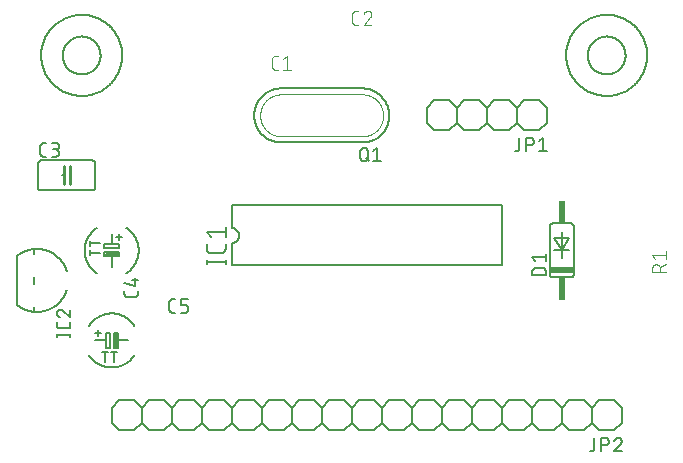
<source format=gbr>
G04 EAGLE Gerber RS-274X export*
G75*
%MOMM*%
%FSLAX34Y34*%
%LPD*%
%INSilkscreen Top*%
%IPPOS*%
%AMOC8*
5,1,8,0,0,1.08239X$1,22.5*%
G01*
%ADD10C,0.101600*%
%ADD11C,0.152400*%
%ADD12C,0.254000*%
%ADD13C,0.127000*%
%ADD14R,2.032000X0.508000*%
%ADD15R,0.508000X1.905000*%
%ADD16C,0.177800*%
%ADD17C,0.050800*%
%ADD18C,0.203200*%


D10*
X242636Y330708D02*
X240039Y330708D01*
X239940Y330710D01*
X239840Y330716D01*
X239741Y330725D01*
X239643Y330738D01*
X239545Y330755D01*
X239447Y330776D01*
X239351Y330801D01*
X239256Y330829D01*
X239162Y330861D01*
X239069Y330896D01*
X238977Y330935D01*
X238887Y330978D01*
X238799Y331023D01*
X238712Y331073D01*
X238628Y331125D01*
X238545Y331181D01*
X238465Y331239D01*
X238387Y331301D01*
X238312Y331366D01*
X238239Y331434D01*
X238169Y331504D01*
X238101Y331577D01*
X238036Y331652D01*
X237974Y331730D01*
X237916Y331810D01*
X237860Y331893D01*
X237808Y331977D01*
X237758Y332064D01*
X237713Y332152D01*
X237670Y332242D01*
X237631Y332334D01*
X237596Y332427D01*
X237564Y332521D01*
X237536Y332616D01*
X237511Y332712D01*
X237490Y332810D01*
X237473Y332908D01*
X237460Y333006D01*
X237451Y333105D01*
X237445Y333205D01*
X237443Y333304D01*
X237443Y339796D01*
X237445Y339895D01*
X237451Y339995D01*
X237460Y340094D01*
X237473Y340192D01*
X237490Y340290D01*
X237511Y340388D01*
X237536Y340484D01*
X237564Y340579D01*
X237596Y340673D01*
X237631Y340766D01*
X237670Y340858D01*
X237713Y340948D01*
X237758Y341036D01*
X237808Y341123D01*
X237860Y341207D01*
X237916Y341290D01*
X237974Y341370D01*
X238036Y341448D01*
X238101Y341523D01*
X238169Y341596D01*
X238239Y341666D01*
X238312Y341734D01*
X238387Y341799D01*
X238465Y341861D01*
X238545Y341919D01*
X238628Y341975D01*
X238712Y342027D01*
X238799Y342077D01*
X238887Y342122D01*
X238977Y342165D01*
X239069Y342204D01*
X239161Y342239D01*
X239256Y342271D01*
X239351Y342299D01*
X239447Y342324D01*
X239545Y342345D01*
X239643Y342362D01*
X239741Y342375D01*
X239840Y342384D01*
X239940Y342390D01*
X240039Y342392D01*
X242636Y342392D01*
X247001Y339796D02*
X250246Y342392D01*
X250246Y330708D01*
X247001Y330708D02*
X253492Y330708D01*
X307904Y368808D02*
X310501Y368808D01*
X307904Y368808D02*
X307805Y368810D01*
X307705Y368816D01*
X307606Y368825D01*
X307508Y368838D01*
X307410Y368855D01*
X307312Y368876D01*
X307216Y368901D01*
X307121Y368929D01*
X307027Y368961D01*
X306934Y368996D01*
X306842Y369035D01*
X306752Y369078D01*
X306664Y369123D01*
X306577Y369173D01*
X306493Y369225D01*
X306410Y369281D01*
X306330Y369339D01*
X306252Y369401D01*
X306177Y369466D01*
X306104Y369534D01*
X306034Y369604D01*
X305966Y369677D01*
X305901Y369752D01*
X305839Y369830D01*
X305781Y369910D01*
X305725Y369993D01*
X305673Y370077D01*
X305623Y370164D01*
X305578Y370252D01*
X305535Y370342D01*
X305496Y370434D01*
X305461Y370527D01*
X305429Y370621D01*
X305401Y370716D01*
X305376Y370812D01*
X305355Y370910D01*
X305338Y371008D01*
X305325Y371106D01*
X305316Y371205D01*
X305310Y371305D01*
X305308Y371404D01*
X305308Y377896D01*
X305310Y377995D01*
X305316Y378095D01*
X305325Y378194D01*
X305338Y378292D01*
X305355Y378390D01*
X305376Y378488D01*
X305401Y378584D01*
X305429Y378679D01*
X305461Y378773D01*
X305496Y378866D01*
X305535Y378958D01*
X305578Y379048D01*
X305623Y379136D01*
X305673Y379223D01*
X305725Y379307D01*
X305781Y379390D01*
X305839Y379470D01*
X305901Y379548D01*
X305966Y379623D01*
X306034Y379696D01*
X306104Y379766D01*
X306177Y379834D01*
X306252Y379899D01*
X306330Y379961D01*
X306410Y380019D01*
X306493Y380075D01*
X306577Y380127D01*
X306664Y380177D01*
X306752Y380222D01*
X306842Y380265D01*
X306934Y380304D01*
X307026Y380339D01*
X307121Y380371D01*
X307216Y380399D01*
X307312Y380424D01*
X307410Y380445D01*
X307508Y380462D01*
X307606Y380475D01*
X307705Y380484D01*
X307805Y380490D01*
X307904Y380492D01*
X310501Y380492D01*
X318436Y380492D02*
X318543Y380490D01*
X318649Y380484D01*
X318755Y380474D01*
X318861Y380461D01*
X318967Y380443D01*
X319071Y380422D01*
X319175Y380397D01*
X319278Y380368D01*
X319379Y380336D01*
X319479Y380299D01*
X319578Y380259D01*
X319676Y380216D01*
X319772Y380169D01*
X319866Y380118D01*
X319958Y380064D01*
X320048Y380007D01*
X320136Y379947D01*
X320221Y379883D01*
X320304Y379816D01*
X320385Y379746D01*
X320463Y379674D01*
X320539Y379598D01*
X320611Y379520D01*
X320681Y379439D01*
X320748Y379356D01*
X320812Y379271D01*
X320872Y379183D01*
X320929Y379093D01*
X320983Y379001D01*
X321034Y378907D01*
X321081Y378811D01*
X321124Y378713D01*
X321164Y378614D01*
X321201Y378514D01*
X321233Y378413D01*
X321262Y378310D01*
X321287Y378206D01*
X321308Y378102D01*
X321326Y377996D01*
X321339Y377890D01*
X321349Y377784D01*
X321355Y377678D01*
X321357Y377571D01*
X318436Y380492D02*
X318315Y380490D01*
X318194Y380484D01*
X318074Y380474D01*
X317953Y380461D01*
X317834Y380443D01*
X317714Y380422D01*
X317596Y380397D01*
X317479Y380368D01*
X317362Y380335D01*
X317247Y380299D01*
X317133Y380258D01*
X317020Y380215D01*
X316908Y380167D01*
X316799Y380116D01*
X316691Y380061D01*
X316584Y380003D01*
X316480Y379942D01*
X316378Y379877D01*
X316278Y379809D01*
X316180Y379738D01*
X316084Y379664D01*
X315991Y379587D01*
X315901Y379506D01*
X315813Y379423D01*
X315728Y379337D01*
X315645Y379248D01*
X315566Y379157D01*
X315489Y379063D01*
X315416Y378967D01*
X315346Y378869D01*
X315279Y378768D01*
X315215Y378665D01*
X315155Y378560D01*
X315098Y378453D01*
X315044Y378345D01*
X314994Y378235D01*
X314948Y378123D01*
X314905Y378010D01*
X314866Y377895D01*
X320384Y375299D02*
X320463Y375376D01*
X320539Y375457D01*
X320612Y375540D01*
X320682Y375625D01*
X320749Y375713D01*
X320813Y375803D01*
X320873Y375895D01*
X320930Y375990D01*
X320984Y376086D01*
X321035Y376184D01*
X321082Y376284D01*
X321126Y376386D01*
X321166Y376489D01*
X321202Y376593D01*
X321234Y376699D01*
X321263Y376805D01*
X321288Y376913D01*
X321310Y377021D01*
X321327Y377131D01*
X321341Y377240D01*
X321350Y377350D01*
X321356Y377461D01*
X321358Y377571D01*
X320384Y375299D02*
X314866Y368808D01*
X321357Y368808D01*
D11*
X85090Y254000D02*
X41910Y254000D01*
X41910Y228600D02*
X85090Y228600D01*
X87630Y231140D02*
X87630Y251460D01*
X39370Y251460D02*
X39370Y231140D01*
X85090Y254000D02*
X85190Y253998D01*
X85289Y253992D01*
X85389Y253982D01*
X85487Y253969D01*
X85586Y253951D01*
X85683Y253930D01*
X85779Y253905D01*
X85875Y253876D01*
X85969Y253843D01*
X86062Y253807D01*
X86153Y253767D01*
X86243Y253723D01*
X86331Y253676D01*
X86417Y253626D01*
X86501Y253572D01*
X86583Y253515D01*
X86662Y253455D01*
X86740Y253391D01*
X86814Y253325D01*
X86886Y253256D01*
X86955Y253184D01*
X87021Y253110D01*
X87085Y253032D01*
X87145Y252953D01*
X87202Y252871D01*
X87256Y252787D01*
X87306Y252701D01*
X87353Y252613D01*
X87397Y252523D01*
X87437Y252432D01*
X87473Y252339D01*
X87506Y252245D01*
X87535Y252149D01*
X87560Y252053D01*
X87581Y251956D01*
X87599Y251857D01*
X87612Y251759D01*
X87622Y251659D01*
X87628Y251560D01*
X87630Y251460D01*
X41910Y254000D02*
X41810Y253998D01*
X41711Y253992D01*
X41611Y253982D01*
X41513Y253969D01*
X41414Y253951D01*
X41317Y253930D01*
X41221Y253905D01*
X41125Y253876D01*
X41031Y253843D01*
X40938Y253807D01*
X40847Y253767D01*
X40757Y253723D01*
X40669Y253676D01*
X40583Y253626D01*
X40499Y253572D01*
X40417Y253515D01*
X40338Y253455D01*
X40260Y253391D01*
X40186Y253325D01*
X40114Y253256D01*
X40045Y253184D01*
X39979Y253110D01*
X39915Y253032D01*
X39855Y252953D01*
X39798Y252871D01*
X39744Y252787D01*
X39694Y252701D01*
X39647Y252613D01*
X39603Y252523D01*
X39563Y252432D01*
X39527Y252339D01*
X39494Y252245D01*
X39465Y252149D01*
X39440Y252053D01*
X39419Y251956D01*
X39401Y251857D01*
X39388Y251759D01*
X39378Y251659D01*
X39372Y251560D01*
X39370Y251460D01*
X85090Y228600D02*
X85190Y228602D01*
X85289Y228608D01*
X85389Y228618D01*
X85487Y228631D01*
X85586Y228649D01*
X85683Y228670D01*
X85779Y228695D01*
X85875Y228724D01*
X85969Y228757D01*
X86062Y228793D01*
X86153Y228833D01*
X86243Y228877D01*
X86331Y228924D01*
X86417Y228974D01*
X86501Y229028D01*
X86583Y229085D01*
X86662Y229145D01*
X86740Y229209D01*
X86814Y229275D01*
X86886Y229344D01*
X86955Y229416D01*
X87021Y229490D01*
X87085Y229568D01*
X87145Y229647D01*
X87202Y229729D01*
X87256Y229813D01*
X87306Y229899D01*
X87353Y229987D01*
X87397Y230077D01*
X87437Y230168D01*
X87473Y230261D01*
X87506Y230355D01*
X87535Y230451D01*
X87560Y230547D01*
X87581Y230644D01*
X87599Y230743D01*
X87612Y230841D01*
X87622Y230941D01*
X87628Y231040D01*
X87630Y231140D01*
X41910Y228600D02*
X41810Y228602D01*
X41711Y228608D01*
X41611Y228618D01*
X41513Y228631D01*
X41414Y228649D01*
X41317Y228670D01*
X41221Y228695D01*
X41125Y228724D01*
X41031Y228757D01*
X40938Y228793D01*
X40847Y228833D01*
X40757Y228877D01*
X40669Y228924D01*
X40583Y228974D01*
X40499Y229028D01*
X40417Y229085D01*
X40338Y229145D01*
X40260Y229209D01*
X40186Y229275D01*
X40114Y229344D01*
X40045Y229416D01*
X39979Y229490D01*
X39915Y229568D01*
X39855Y229647D01*
X39798Y229729D01*
X39744Y229813D01*
X39694Y229899D01*
X39647Y229987D01*
X39603Y230077D01*
X39563Y230168D01*
X39527Y230261D01*
X39494Y230355D01*
X39465Y230451D01*
X39440Y230547D01*
X39419Y230644D01*
X39401Y230743D01*
X39388Y230841D01*
X39378Y230941D01*
X39372Y231040D01*
X39370Y231140D01*
X66040Y241300D02*
X67310Y241300D01*
D12*
X66040Y241300D02*
X66040Y248920D01*
X66040Y241300D02*
X66040Y233680D01*
X60960Y241300D02*
X60960Y248920D01*
X60960Y241300D02*
X60960Y233680D01*
D11*
X60960Y241300D02*
X59690Y241300D01*
D13*
X46355Y257175D02*
X43815Y257175D01*
X43715Y257177D01*
X43616Y257183D01*
X43516Y257193D01*
X43418Y257206D01*
X43319Y257224D01*
X43222Y257245D01*
X43126Y257270D01*
X43030Y257299D01*
X42936Y257332D01*
X42843Y257368D01*
X42752Y257408D01*
X42662Y257452D01*
X42574Y257499D01*
X42488Y257549D01*
X42404Y257603D01*
X42322Y257660D01*
X42243Y257720D01*
X42165Y257784D01*
X42091Y257850D01*
X42019Y257919D01*
X41950Y257991D01*
X41884Y258065D01*
X41820Y258143D01*
X41760Y258222D01*
X41703Y258304D01*
X41649Y258388D01*
X41599Y258474D01*
X41552Y258562D01*
X41508Y258652D01*
X41468Y258743D01*
X41432Y258836D01*
X41399Y258930D01*
X41370Y259026D01*
X41345Y259122D01*
X41324Y259219D01*
X41306Y259318D01*
X41293Y259416D01*
X41283Y259516D01*
X41277Y259615D01*
X41275Y259715D01*
X41275Y266065D01*
X41277Y266165D01*
X41283Y266264D01*
X41293Y266364D01*
X41306Y266462D01*
X41324Y266561D01*
X41345Y266658D01*
X41370Y266754D01*
X41399Y266850D01*
X41432Y266944D01*
X41468Y267037D01*
X41508Y267128D01*
X41552Y267218D01*
X41599Y267306D01*
X41649Y267392D01*
X41703Y267476D01*
X41760Y267558D01*
X41820Y267637D01*
X41884Y267715D01*
X41950Y267789D01*
X42019Y267861D01*
X42091Y267930D01*
X42165Y267996D01*
X42243Y268060D01*
X42322Y268120D01*
X42404Y268177D01*
X42488Y268231D01*
X42574Y268281D01*
X42662Y268328D01*
X42752Y268372D01*
X42843Y268412D01*
X42936Y268448D01*
X43030Y268481D01*
X43126Y268510D01*
X43222Y268535D01*
X43319Y268556D01*
X43418Y268574D01*
X43516Y268587D01*
X43616Y268597D01*
X43715Y268603D01*
X43815Y268605D01*
X46355Y268605D01*
X50837Y257175D02*
X54012Y257175D01*
X54123Y257177D01*
X54233Y257183D01*
X54344Y257192D01*
X54454Y257206D01*
X54563Y257223D01*
X54672Y257244D01*
X54780Y257269D01*
X54887Y257298D01*
X54993Y257330D01*
X55098Y257366D01*
X55201Y257406D01*
X55303Y257449D01*
X55404Y257496D01*
X55503Y257547D01*
X55599Y257600D01*
X55694Y257657D01*
X55787Y257718D01*
X55878Y257781D01*
X55967Y257848D01*
X56053Y257918D01*
X56136Y257991D01*
X56218Y258066D01*
X56296Y258144D01*
X56371Y258226D01*
X56444Y258309D01*
X56514Y258395D01*
X56581Y258484D01*
X56644Y258575D01*
X56705Y258668D01*
X56762Y258762D01*
X56815Y258859D01*
X56866Y258958D01*
X56913Y259059D01*
X56956Y259161D01*
X56996Y259264D01*
X57032Y259369D01*
X57064Y259475D01*
X57093Y259582D01*
X57118Y259690D01*
X57139Y259799D01*
X57156Y259908D01*
X57170Y260018D01*
X57179Y260129D01*
X57185Y260239D01*
X57187Y260350D01*
X57185Y260461D01*
X57179Y260571D01*
X57170Y260682D01*
X57156Y260792D01*
X57139Y260901D01*
X57118Y261010D01*
X57093Y261118D01*
X57064Y261225D01*
X57032Y261331D01*
X56996Y261436D01*
X56956Y261539D01*
X56913Y261641D01*
X56866Y261742D01*
X56815Y261841D01*
X56762Y261937D01*
X56705Y262032D01*
X56644Y262125D01*
X56581Y262216D01*
X56514Y262305D01*
X56444Y262391D01*
X56371Y262474D01*
X56296Y262556D01*
X56218Y262634D01*
X56136Y262709D01*
X56053Y262782D01*
X55967Y262852D01*
X55878Y262919D01*
X55787Y262982D01*
X55694Y263043D01*
X55600Y263100D01*
X55503Y263153D01*
X55404Y263204D01*
X55303Y263251D01*
X55201Y263294D01*
X55098Y263334D01*
X54993Y263370D01*
X54887Y263402D01*
X54780Y263431D01*
X54672Y263456D01*
X54563Y263477D01*
X54454Y263494D01*
X54344Y263508D01*
X54233Y263517D01*
X54123Y263523D01*
X54012Y263525D01*
X54647Y268605D02*
X50837Y268605D01*
X54647Y268605D02*
X54747Y268603D01*
X54846Y268597D01*
X54946Y268587D01*
X55044Y268574D01*
X55143Y268556D01*
X55240Y268535D01*
X55336Y268510D01*
X55432Y268481D01*
X55526Y268448D01*
X55619Y268412D01*
X55710Y268372D01*
X55800Y268328D01*
X55888Y268281D01*
X55974Y268231D01*
X56058Y268177D01*
X56140Y268120D01*
X56219Y268060D01*
X56297Y267996D01*
X56371Y267930D01*
X56443Y267861D01*
X56512Y267789D01*
X56578Y267715D01*
X56642Y267637D01*
X56702Y267558D01*
X56759Y267476D01*
X56813Y267392D01*
X56863Y267306D01*
X56910Y267218D01*
X56954Y267128D01*
X56994Y267037D01*
X57030Y266944D01*
X57063Y266850D01*
X57092Y266754D01*
X57117Y266658D01*
X57138Y266561D01*
X57156Y266462D01*
X57169Y266364D01*
X57179Y266264D01*
X57185Y266165D01*
X57187Y266065D01*
X57185Y265965D01*
X57179Y265866D01*
X57169Y265766D01*
X57156Y265668D01*
X57138Y265569D01*
X57117Y265472D01*
X57092Y265376D01*
X57063Y265280D01*
X57030Y265186D01*
X56994Y265093D01*
X56954Y265002D01*
X56910Y264912D01*
X56863Y264824D01*
X56813Y264738D01*
X56759Y264654D01*
X56702Y264572D01*
X56642Y264493D01*
X56578Y264415D01*
X56512Y264341D01*
X56443Y264269D01*
X56371Y264200D01*
X56297Y264134D01*
X56219Y264070D01*
X56140Y264010D01*
X56058Y263953D01*
X55974Y263899D01*
X55888Y263849D01*
X55800Y263802D01*
X55710Y263758D01*
X55619Y263718D01*
X55526Y263682D01*
X55432Y263649D01*
X55336Y263620D01*
X55240Y263595D01*
X55143Y263574D01*
X55044Y263556D01*
X54946Y263543D01*
X54846Y263533D01*
X54747Y263527D01*
X54647Y263525D01*
X52107Y263525D01*
D11*
X101600Y191770D02*
X101600Y182880D01*
X95250Y182880D01*
X95250Y179578D01*
X107950Y179578D01*
X107950Y182880D01*
X101600Y182880D01*
X101600Y172720D02*
X101600Y163830D01*
X105410Y189230D02*
X110490Y189230D01*
X107950Y186690D02*
X107950Y191770D01*
X107950Y176022D02*
X95250Y176022D01*
X107950Y176022D02*
X107950Y172720D01*
X95250Y172720D02*
X95250Y176022D01*
X95250Y172720D02*
X101600Y172720D01*
X107950Y172720D01*
X106680Y174498D02*
X96520Y174498D01*
X89108Y158656D02*
X88643Y158968D01*
X88185Y159291D01*
X87735Y159626D01*
X87294Y159971D01*
X86862Y160327D01*
X86438Y160693D01*
X86023Y161070D01*
X85618Y161457D01*
X85222Y161853D01*
X84836Y162259D01*
X84460Y162675D01*
X84095Y163100D01*
X83740Y163533D01*
X83396Y163975D01*
X83062Y164425D01*
X82740Y164884D01*
X82429Y165350D01*
X82130Y165823D01*
X81842Y166304D01*
X81566Y166792D01*
X81302Y167286D01*
X81051Y167787D01*
X80812Y168293D01*
X80585Y168805D01*
X80371Y169323D01*
X80169Y169846D01*
X79981Y170374D01*
X79805Y170906D01*
X79643Y171442D01*
X79494Y171982D01*
X79358Y172525D01*
X79235Y173072D01*
X79126Y173622D01*
X79030Y174174D01*
X78948Y174728D01*
X78880Y175284D01*
X78825Y175841D01*
X78784Y176400D01*
X78756Y176960D01*
X78743Y177520D01*
X78743Y178080D01*
X78756Y178640D01*
X78784Y179200D01*
X78825Y179759D01*
X78880Y180316D01*
X78948Y180872D01*
X79030Y181426D01*
X79126Y181978D01*
X79235Y182528D01*
X79358Y183075D01*
X79494Y183618D01*
X79643Y184158D01*
X79805Y184694D01*
X79981Y185226D01*
X80169Y185754D01*
X80371Y186277D01*
X80585Y186795D01*
X80812Y187307D01*
X81051Y187813D01*
X81302Y188314D01*
X81566Y188808D01*
X81842Y189296D01*
X82130Y189777D01*
X82429Y190250D01*
X82740Y190716D01*
X83062Y191175D01*
X83396Y191625D01*
X83740Y192067D01*
X84095Y192500D01*
X84460Y192925D01*
X84836Y193341D01*
X85222Y193747D01*
X85618Y194143D01*
X86023Y194530D01*
X86438Y194907D01*
X86862Y195273D01*
X87294Y195629D01*
X87735Y195974D01*
X88185Y196309D01*
X88643Y196632D01*
X89108Y196944D01*
X114092Y196944D02*
X114557Y196632D01*
X115015Y196309D01*
X115465Y195974D01*
X115906Y195629D01*
X116338Y195273D01*
X116762Y194907D01*
X117177Y194530D01*
X117582Y194143D01*
X117978Y193747D01*
X118364Y193341D01*
X118740Y192925D01*
X119105Y192500D01*
X119460Y192067D01*
X119804Y191625D01*
X120138Y191175D01*
X120460Y190716D01*
X120771Y190250D01*
X121070Y189777D01*
X121358Y189296D01*
X121634Y188808D01*
X121898Y188314D01*
X122149Y187813D01*
X122388Y187307D01*
X122615Y186795D01*
X122829Y186277D01*
X123031Y185754D01*
X123219Y185226D01*
X123395Y184694D01*
X123557Y184158D01*
X123706Y183618D01*
X123842Y183075D01*
X123965Y182528D01*
X124074Y181978D01*
X124170Y181426D01*
X124252Y180872D01*
X124320Y180316D01*
X124375Y179759D01*
X124416Y179200D01*
X124444Y178640D01*
X124457Y178080D01*
X124457Y177520D01*
X124444Y176960D01*
X124416Y176400D01*
X124375Y175841D01*
X124320Y175284D01*
X124252Y174728D01*
X124170Y174174D01*
X124074Y173622D01*
X123965Y173072D01*
X123842Y172525D01*
X123706Y171982D01*
X123557Y171442D01*
X123395Y170906D01*
X123219Y170374D01*
X123031Y169846D01*
X122829Y169323D01*
X122615Y168805D01*
X122388Y168293D01*
X122149Y167787D01*
X121898Y167286D01*
X121634Y166792D01*
X121358Y166304D01*
X121070Y165823D01*
X120771Y165350D01*
X120460Y164884D01*
X120138Y164425D01*
X119804Y163975D01*
X119460Y163533D01*
X119105Y163100D01*
X118740Y162675D01*
X118364Y162259D01*
X117978Y161853D01*
X117582Y161457D01*
X117177Y161070D01*
X116762Y160693D01*
X116338Y160327D01*
X115906Y159971D01*
X115465Y159626D01*
X115015Y159291D01*
X114557Y158968D01*
X114092Y158656D01*
D13*
X91821Y175930D02*
X83185Y175930D01*
X83185Y178328D02*
X83185Y173531D01*
X83185Y183656D02*
X91821Y183656D01*
X83185Y181257D02*
X83185Y186055D01*
X123825Y143473D02*
X123825Y140933D01*
X123823Y140833D01*
X123817Y140734D01*
X123807Y140634D01*
X123794Y140536D01*
X123776Y140437D01*
X123755Y140340D01*
X123730Y140244D01*
X123701Y140148D01*
X123668Y140054D01*
X123632Y139961D01*
X123592Y139870D01*
X123548Y139780D01*
X123501Y139692D01*
X123451Y139606D01*
X123397Y139522D01*
X123340Y139440D01*
X123280Y139361D01*
X123216Y139283D01*
X123150Y139209D01*
X123081Y139137D01*
X123009Y139068D01*
X122935Y139002D01*
X122857Y138938D01*
X122778Y138878D01*
X122696Y138821D01*
X122612Y138767D01*
X122526Y138717D01*
X122438Y138670D01*
X122348Y138626D01*
X122257Y138586D01*
X122164Y138550D01*
X122070Y138517D01*
X121974Y138488D01*
X121878Y138463D01*
X121781Y138442D01*
X121682Y138424D01*
X121584Y138411D01*
X121484Y138401D01*
X121385Y138395D01*
X121285Y138393D01*
X114935Y138393D01*
X114835Y138395D01*
X114736Y138401D01*
X114636Y138411D01*
X114538Y138424D01*
X114439Y138442D01*
X114342Y138463D01*
X114246Y138488D01*
X114150Y138517D01*
X114056Y138550D01*
X113963Y138586D01*
X113872Y138626D01*
X113782Y138670D01*
X113694Y138717D01*
X113608Y138767D01*
X113524Y138821D01*
X113442Y138878D01*
X113363Y138938D01*
X113285Y139002D01*
X113211Y139068D01*
X113139Y139137D01*
X113070Y139209D01*
X113004Y139283D01*
X112940Y139361D01*
X112880Y139440D01*
X112823Y139522D01*
X112769Y139606D01*
X112719Y139692D01*
X112672Y139780D01*
X112628Y139870D01*
X112588Y139961D01*
X112552Y140054D01*
X112519Y140148D01*
X112490Y140244D01*
X112465Y140340D01*
X112444Y140437D01*
X112426Y140536D01*
X112413Y140634D01*
X112403Y140734D01*
X112397Y140833D01*
X112395Y140933D01*
X112395Y143473D01*
X112395Y150495D02*
X121285Y147955D01*
X121285Y154305D01*
X118745Y152400D02*
X123825Y152400D01*
D11*
X96520Y101600D02*
X87630Y101600D01*
X96520Y101600D02*
X96520Y95250D01*
X99822Y95250D01*
X99822Y107950D01*
X96520Y107950D01*
X96520Y101600D01*
X106680Y101600D02*
X115570Y101600D01*
X90170Y105410D02*
X90170Y110490D01*
X92710Y107950D02*
X87630Y107950D01*
X103378Y107950D02*
X103378Y95250D01*
X103378Y107950D02*
X106680Y107950D01*
X106680Y95250D02*
X103378Y95250D01*
X106680Y95250D02*
X106680Y101600D01*
X106680Y107950D01*
X104902Y106680D02*
X104902Y96520D01*
X120744Y89108D02*
X120432Y88643D01*
X120109Y88185D01*
X119774Y87735D01*
X119429Y87294D01*
X119073Y86862D01*
X118707Y86438D01*
X118330Y86023D01*
X117943Y85618D01*
X117547Y85222D01*
X117141Y84836D01*
X116725Y84460D01*
X116300Y84095D01*
X115867Y83740D01*
X115425Y83396D01*
X114975Y83062D01*
X114516Y82740D01*
X114050Y82429D01*
X113577Y82130D01*
X113096Y81842D01*
X112608Y81566D01*
X112114Y81302D01*
X111613Y81051D01*
X111107Y80812D01*
X110595Y80585D01*
X110077Y80371D01*
X109554Y80169D01*
X109026Y79981D01*
X108494Y79805D01*
X107958Y79643D01*
X107418Y79494D01*
X106875Y79358D01*
X106328Y79235D01*
X105778Y79126D01*
X105226Y79030D01*
X104672Y78948D01*
X104116Y78880D01*
X103559Y78825D01*
X103000Y78784D01*
X102440Y78756D01*
X101880Y78743D01*
X101320Y78743D01*
X100760Y78756D01*
X100200Y78784D01*
X99641Y78825D01*
X99084Y78880D01*
X98528Y78948D01*
X97974Y79030D01*
X97422Y79126D01*
X96872Y79235D01*
X96325Y79358D01*
X95782Y79494D01*
X95242Y79643D01*
X94706Y79805D01*
X94174Y79981D01*
X93646Y80169D01*
X93123Y80371D01*
X92605Y80585D01*
X92093Y80812D01*
X91587Y81051D01*
X91086Y81302D01*
X90592Y81566D01*
X90104Y81842D01*
X89623Y82130D01*
X89150Y82429D01*
X88684Y82740D01*
X88225Y83062D01*
X87775Y83396D01*
X87333Y83740D01*
X86900Y84095D01*
X86475Y84460D01*
X86059Y84836D01*
X85653Y85222D01*
X85257Y85618D01*
X84870Y86023D01*
X84493Y86438D01*
X84127Y86862D01*
X83771Y87294D01*
X83426Y87735D01*
X83091Y88185D01*
X82768Y88643D01*
X82456Y89108D01*
X82456Y114092D02*
X82768Y114557D01*
X83091Y115015D01*
X83426Y115465D01*
X83771Y115906D01*
X84127Y116338D01*
X84493Y116762D01*
X84870Y117177D01*
X85257Y117582D01*
X85653Y117978D01*
X86059Y118364D01*
X86475Y118740D01*
X86900Y119105D01*
X87333Y119460D01*
X87775Y119804D01*
X88225Y120138D01*
X88684Y120460D01*
X89150Y120771D01*
X89623Y121070D01*
X90104Y121358D01*
X90592Y121634D01*
X91086Y121898D01*
X91587Y122149D01*
X92093Y122388D01*
X92605Y122615D01*
X93123Y122829D01*
X93646Y123031D01*
X94174Y123219D01*
X94706Y123395D01*
X95242Y123557D01*
X95782Y123706D01*
X96325Y123842D01*
X96872Y123965D01*
X97422Y124074D01*
X97974Y124170D01*
X98528Y124252D01*
X99084Y124320D01*
X99641Y124375D01*
X100200Y124416D01*
X100760Y124444D01*
X101320Y124457D01*
X101880Y124457D01*
X102440Y124444D01*
X103000Y124416D01*
X103559Y124375D01*
X104116Y124320D01*
X104672Y124252D01*
X105226Y124170D01*
X105778Y124074D01*
X106328Y123965D01*
X106875Y123842D01*
X107418Y123706D01*
X107958Y123557D01*
X108494Y123395D01*
X109026Y123219D01*
X109554Y123031D01*
X110077Y122829D01*
X110595Y122615D01*
X111107Y122388D01*
X111613Y122149D01*
X112114Y121898D01*
X112608Y121634D01*
X113096Y121358D01*
X113577Y121070D01*
X114050Y120771D01*
X114516Y120460D01*
X114975Y120138D01*
X115425Y119804D01*
X115867Y119460D01*
X116300Y119105D01*
X116725Y118740D01*
X117141Y118364D01*
X117547Y117978D01*
X117943Y117582D01*
X118330Y117177D01*
X118707Y116762D01*
X119073Y116338D01*
X119429Y115906D01*
X119774Y115465D01*
X120109Y115015D01*
X120432Y114557D01*
X120744Y114092D01*
D13*
X95744Y91821D02*
X95744Y83185D01*
X93345Y91821D02*
X98143Y91821D01*
X103471Y91821D02*
X103471Y83185D01*
X105869Y91821D02*
X101072Y91821D01*
X153035Y125095D02*
X155575Y125095D01*
X153035Y125095D02*
X152935Y125097D01*
X152836Y125103D01*
X152736Y125113D01*
X152638Y125126D01*
X152539Y125144D01*
X152442Y125165D01*
X152346Y125190D01*
X152250Y125219D01*
X152156Y125252D01*
X152063Y125288D01*
X151972Y125328D01*
X151882Y125372D01*
X151794Y125419D01*
X151708Y125469D01*
X151624Y125523D01*
X151542Y125580D01*
X151463Y125640D01*
X151385Y125704D01*
X151311Y125770D01*
X151239Y125839D01*
X151170Y125911D01*
X151104Y125985D01*
X151040Y126063D01*
X150980Y126142D01*
X150923Y126224D01*
X150869Y126308D01*
X150819Y126394D01*
X150772Y126482D01*
X150728Y126572D01*
X150688Y126663D01*
X150652Y126756D01*
X150619Y126850D01*
X150590Y126946D01*
X150565Y127042D01*
X150544Y127139D01*
X150526Y127238D01*
X150513Y127336D01*
X150503Y127436D01*
X150497Y127535D01*
X150495Y127635D01*
X150495Y133985D01*
X150497Y134085D01*
X150503Y134184D01*
X150513Y134284D01*
X150526Y134382D01*
X150544Y134481D01*
X150565Y134578D01*
X150590Y134674D01*
X150619Y134770D01*
X150652Y134864D01*
X150688Y134957D01*
X150728Y135048D01*
X150772Y135138D01*
X150819Y135226D01*
X150869Y135312D01*
X150923Y135396D01*
X150980Y135478D01*
X151040Y135557D01*
X151104Y135635D01*
X151170Y135709D01*
X151239Y135781D01*
X151311Y135850D01*
X151385Y135916D01*
X151463Y135980D01*
X151542Y136040D01*
X151624Y136097D01*
X151708Y136151D01*
X151794Y136201D01*
X151882Y136248D01*
X151972Y136292D01*
X152063Y136332D01*
X152156Y136368D01*
X152250Y136401D01*
X152346Y136430D01*
X152442Y136455D01*
X152539Y136476D01*
X152638Y136494D01*
X152736Y136507D01*
X152836Y136517D01*
X152935Y136523D01*
X153035Y136525D01*
X155575Y136525D01*
X160057Y125095D02*
X163867Y125095D01*
X163967Y125097D01*
X164066Y125103D01*
X164166Y125113D01*
X164264Y125126D01*
X164363Y125144D01*
X164460Y125165D01*
X164556Y125190D01*
X164652Y125219D01*
X164746Y125252D01*
X164839Y125288D01*
X164930Y125328D01*
X165020Y125372D01*
X165108Y125419D01*
X165194Y125469D01*
X165278Y125523D01*
X165360Y125580D01*
X165439Y125640D01*
X165517Y125704D01*
X165591Y125770D01*
X165663Y125839D01*
X165732Y125911D01*
X165798Y125985D01*
X165862Y126063D01*
X165922Y126142D01*
X165979Y126224D01*
X166033Y126308D01*
X166083Y126394D01*
X166130Y126482D01*
X166174Y126572D01*
X166214Y126663D01*
X166250Y126756D01*
X166283Y126850D01*
X166312Y126946D01*
X166337Y127042D01*
X166358Y127139D01*
X166376Y127238D01*
X166389Y127336D01*
X166399Y127436D01*
X166405Y127535D01*
X166407Y127635D01*
X166407Y128905D01*
X166405Y129005D01*
X166399Y129104D01*
X166389Y129204D01*
X166376Y129302D01*
X166358Y129401D01*
X166337Y129498D01*
X166312Y129594D01*
X166283Y129690D01*
X166250Y129784D01*
X166214Y129877D01*
X166174Y129968D01*
X166130Y130058D01*
X166083Y130146D01*
X166033Y130232D01*
X165979Y130316D01*
X165922Y130398D01*
X165862Y130477D01*
X165798Y130555D01*
X165732Y130629D01*
X165663Y130701D01*
X165591Y130770D01*
X165517Y130836D01*
X165439Y130900D01*
X165360Y130960D01*
X165278Y131017D01*
X165194Y131071D01*
X165108Y131121D01*
X165020Y131168D01*
X164930Y131212D01*
X164839Y131252D01*
X164746Y131288D01*
X164652Y131321D01*
X164556Y131350D01*
X164460Y131375D01*
X164363Y131396D01*
X164264Y131414D01*
X164166Y131427D01*
X164066Y131437D01*
X163967Y131443D01*
X163867Y131445D01*
X160057Y131445D01*
X160057Y136525D01*
X166407Y136525D01*
D11*
X482600Y171450D02*
X482600Y177800D01*
X476250Y187960D02*
X488950Y187960D01*
X482600Y177800D01*
X482600Y193040D01*
X476250Y187960D02*
X482600Y177800D01*
X476250Y177800D01*
X482600Y177800D02*
X488950Y177800D01*
X472440Y198120D02*
X472442Y198220D01*
X472448Y198319D01*
X472458Y198419D01*
X472471Y198517D01*
X472489Y198616D01*
X472510Y198713D01*
X472535Y198809D01*
X472564Y198905D01*
X472597Y198999D01*
X472633Y199092D01*
X472673Y199183D01*
X472717Y199273D01*
X472764Y199361D01*
X472814Y199447D01*
X472868Y199531D01*
X472925Y199613D01*
X472985Y199692D01*
X473049Y199770D01*
X473115Y199844D01*
X473184Y199916D01*
X473256Y199985D01*
X473330Y200051D01*
X473408Y200115D01*
X473487Y200175D01*
X473569Y200232D01*
X473653Y200286D01*
X473739Y200336D01*
X473827Y200383D01*
X473917Y200427D01*
X474008Y200467D01*
X474101Y200503D01*
X474195Y200536D01*
X474291Y200565D01*
X474387Y200590D01*
X474484Y200611D01*
X474583Y200629D01*
X474681Y200642D01*
X474781Y200652D01*
X474880Y200658D01*
X474980Y200660D01*
X472440Y157480D02*
X472442Y157380D01*
X472448Y157281D01*
X472458Y157181D01*
X472471Y157083D01*
X472489Y156984D01*
X472510Y156887D01*
X472535Y156791D01*
X472564Y156695D01*
X472597Y156601D01*
X472633Y156508D01*
X472673Y156417D01*
X472717Y156327D01*
X472764Y156239D01*
X472814Y156153D01*
X472868Y156069D01*
X472925Y155987D01*
X472985Y155908D01*
X473049Y155830D01*
X473115Y155756D01*
X473184Y155684D01*
X473256Y155615D01*
X473330Y155549D01*
X473408Y155485D01*
X473487Y155425D01*
X473569Y155368D01*
X473653Y155314D01*
X473739Y155264D01*
X473827Y155217D01*
X473917Y155173D01*
X474008Y155133D01*
X474101Y155097D01*
X474195Y155064D01*
X474291Y155035D01*
X474387Y155010D01*
X474484Y154989D01*
X474583Y154971D01*
X474681Y154958D01*
X474781Y154948D01*
X474880Y154942D01*
X474980Y154940D01*
X490220Y154940D02*
X490320Y154942D01*
X490419Y154948D01*
X490519Y154958D01*
X490617Y154971D01*
X490716Y154989D01*
X490813Y155010D01*
X490909Y155035D01*
X491005Y155064D01*
X491099Y155097D01*
X491192Y155133D01*
X491283Y155173D01*
X491373Y155217D01*
X491461Y155264D01*
X491547Y155314D01*
X491631Y155368D01*
X491713Y155425D01*
X491792Y155485D01*
X491870Y155549D01*
X491944Y155615D01*
X492016Y155684D01*
X492085Y155756D01*
X492151Y155830D01*
X492215Y155908D01*
X492275Y155987D01*
X492332Y156069D01*
X492386Y156153D01*
X492436Y156239D01*
X492483Y156327D01*
X492527Y156417D01*
X492567Y156508D01*
X492603Y156601D01*
X492636Y156695D01*
X492665Y156791D01*
X492690Y156887D01*
X492711Y156984D01*
X492729Y157083D01*
X492742Y157181D01*
X492752Y157281D01*
X492758Y157380D01*
X492760Y157480D01*
X492760Y198120D02*
X492758Y198220D01*
X492752Y198319D01*
X492742Y198419D01*
X492729Y198517D01*
X492711Y198616D01*
X492690Y198713D01*
X492665Y198809D01*
X492636Y198905D01*
X492603Y198999D01*
X492567Y199092D01*
X492527Y199183D01*
X492483Y199273D01*
X492436Y199361D01*
X492386Y199447D01*
X492332Y199531D01*
X492275Y199613D01*
X492215Y199692D01*
X492151Y199770D01*
X492085Y199844D01*
X492016Y199916D01*
X491944Y199985D01*
X491870Y200051D01*
X491792Y200115D01*
X491713Y200175D01*
X491631Y200232D01*
X491547Y200286D01*
X491461Y200336D01*
X491373Y200383D01*
X491283Y200427D01*
X491192Y200467D01*
X491099Y200503D01*
X491005Y200536D01*
X490909Y200565D01*
X490813Y200590D01*
X490716Y200611D01*
X490617Y200629D01*
X490519Y200642D01*
X490419Y200652D01*
X490320Y200658D01*
X490220Y200660D01*
X474980Y200660D01*
X474980Y154940D02*
X490220Y154940D01*
X472440Y157480D02*
X472440Y198120D01*
X492760Y198120D02*
X492760Y157480D01*
D14*
X482600Y161290D03*
D15*
X482600Y210185D03*
X482600Y145415D03*
D13*
X469265Y156845D02*
X457835Y156845D01*
X457835Y160020D01*
X457837Y160131D01*
X457843Y160241D01*
X457852Y160352D01*
X457866Y160462D01*
X457883Y160571D01*
X457904Y160680D01*
X457929Y160788D01*
X457958Y160895D01*
X457990Y161001D01*
X458026Y161106D01*
X458066Y161209D01*
X458109Y161311D01*
X458156Y161412D01*
X458207Y161511D01*
X458260Y161608D01*
X458317Y161702D01*
X458378Y161795D01*
X458441Y161886D01*
X458508Y161975D01*
X458578Y162061D01*
X458651Y162144D01*
X458726Y162226D01*
X458804Y162304D01*
X458886Y162379D01*
X458969Y162452D01*
X459055Y162522D01*
X459144Y162589D01*
X459235Y162652D01*
X459328Y162713D01*
X459423Y162770D01*
X459519Y162823D01*
X459618Y162874D01*
X459719Y162921D01*
X459821Y162964D01*
X459924Y163004D01*
X460029Y163040D01*
X460135Y163072D01*
X460242Y163101D01*
X460350Y163126D01*
X460459Y163147D01*
X460568Y163164D01*
X460678Y163178D01*
X460789Y163187D01*
X460899Y163193D01*
X461010Y163195D01*
X466090Y163195D01*
X466201Y163193D01*
X466311Y163187D01*
X466422Y163178D01*
X466532Y163164D01*
X466641Y163147D01*
X466750Y163126D01*
X466858Y163101D01*
X466965Y163072D01*
X467071Y163040D01*
X467176Y163004D01*
X467279Y162964D01*
X467381Y162921D01*
X467482Y162874D01*
X467581Y162823D01*
X467678Y162770D01*
X467772Y162713D01*
X467865Y162652D01*
X467956Y162589D01*
X468045Y162522D01*
X468131Y162452D01*
X468214Y162379D01*
X468296Y162304D01*
X468374Y162226D01*
X468449Y162144D01*
X468522Y162061D01*
X468592Y161975D01*
X468659Y161886D01*
X468722Y161795D01*
X468783Y161702D01*
X468840Y161608D01*
X468893Y161511D01*
X468944Y161412D01*
X468991Y161311D01*
X469034Y161209D01*
X469074Y161106D01*
X469110Y161001D01*
X469142Y160895D01*
X469171Y160788D01*
X469196Y160680D01*
X469217Y160571D01*
X469234Y160462D01*
X469248Y160352D01*
X469257Y160241D01*
X469263Y160131D01*
X469265Y160020D01*
X469265Y156845D01*
X460375Y168656D02*
X457835Y171831D01*
X469265Y171831D01*
X469265Y168656D02*
X469265Y175006D01*
D11*
X203200Y184150D02*
X203200Y165100D01*
X203200Y184150D02*
X203358Y184152D01*
X203517Y184158D01*
X203675Y184168D01*
X203832Y184182D01*
X203990Y184199D01*
X204146Y184221D01*
X204303Y184246D01*
X204458Y184276D01*
X204613Y184309D01*
X204767Y184346D01*
X204920Y184387D01*
X205072Y184432D01*
X205222Y184481D01*
X205372Y184533D01*
X205520Y184589D01*
X205667Y184649D01*
X205812Y184712D01*
X205955Y184779D01*
X206097Y184849D01*
X206237Y184923D01*
X206375Y185001D01*
X206511Y185082D01*
X206645Y185166D01*
X206777Y185253D01*
X206907Y185344D01*
X207034Y185438D01*
X207159Y185535D01*
X207282Y185636D01*
X207402Y185739D01*
X207519Y185845D01*
X207634Y185954D01*
X207746Y186066D01*
X207855Y186181D01*
X207961Y186298D01*
X208064Y186418D01*
X208165Y186541D01*
X208262Y186666D01*
X208356Y186793D01*
X208447Y186923D01*
X208534Y187055D01*
X208618Y187189D01*
X208699Y187325D01*
X208777Y187463D01*
X208851Y187603D01*
X208921Y187745D01*
X208988Y187888D01*
X209051Y188033D01*
X209111Y188180D01*
X209167Y188328D01*
X209219Y188478D01*
X209268Y188628D01*
X209313Y188780D01*
X209354Y188933D01*
X209391Y189087D01*
X209424Y189242D01*
X209454Y189397D01*
X209479Y189554D01*
X209501Y189710D01*
X209518Y189868D01*
X209532Y190025D01*
X209542Y190183D01*
X209548Y190342D01*
X209550Y190500D01*
X209548Y190658D01*
X209542Y190817D01*
X209532Y190975D01*
X209518Y191132D01*
X209501Y191290D01*
X209479Y191446D01*
X209454Y191603D01*
X209424Y191758D01*
X209391Y191913D01*
X209354Y192067D01*
X209313Y192220D01*
X209268Y192372D01*
X209219Y192522D01*
X209167Y192672D01*
X209111Y192820D01*
X209051Y192967D01*
X208988Y193112D01*
X208921Y193255D01*
X208851Y193397D01*
X208777Y193537D01*
X208699Y193675D01*
X208618Y193811D01*
X208534Y193945D01*
X208447Y194077D01*
X208356Y194207D01*
X208262Y194334D01*
X208165Y194459D01*
X208064Y194582D01*
X207961Y194702D01*
X207855Y194819D01*
X207746Y194934D01*
X207634Y195046D01*
X207519Y195155D01*
X207402Y195261D01*
X207282Y195364D01*
X207159Y195465D01*
X207034Y195562D01*
X206907Y195656D01*
X206777Y195747D01*
X206645Y195834D01*
X206511Y195918D01*
X206375Y195999D01*
X206237Y196077D01*
X206097Y196151D01*
X205955Y196221D01*
X205812Y196288D01*
X205667Y196351D01*
X205520Y196411D01*
X205372Y196467D01*
X205222Y196519D01*
X205072Y196568D01*
X204920Y196613D01*
X204767Y196654D01*
X204613Y196691D01*
X204458Y196724D01*
X204303Y196754D01*
X204146Y196779D01*
X203990Y196801D01*
X203832Y196818D01*
X203675Y196832D01*
X203517Y196842D01*
X203358Y196848D01*
X203200Y196850D01*
X203200Y165100D02*
X431800Y165100D01*
X431800Y215900D01*
X203200Y215900D01*
X203200Y196850D01*
D16*
X197993Y167767D02*
X181991Y167767D01*
X197993Y165989D02*
X197993Y169545D01*
X181991Y169545D02*
X181991Y165989D01*
X197993Y179339D02*
X197993Y182895D01*
X197993Y179339D02*
X197991Y179223D01*
X197985Y179106D01*
X197976Y178990D01*
X197963Y178875D01*
X197946Y178760D01*
X197925Y178645D01*
X197900Y178532D01*
X197872Y178419D01*
X197840Y178307D01*
X197804Y178196D01*
X197765Y178086D01*
X197722Y177978D01*
X197676Y177871D01*
X197626Y177766D01*
X197573Y177663D01*
X197517Y177561D01*
X197457Y177461D01*
X197394Y177363D01*
X197327Y177268D01*
X197258Y177174D01*
X197186Y177083D01*
X197111Y176994D01*
X197032Y176908D01*
X196951Y176825D01*
X196868Y176744D01*
X196782Y176665D01*
X196693Y176590D01*
X196602Y176518D01*
X196508Y176449D01*
X196413Y176382D01*
X196315Y176319D01*
X196215Y176259D01*
X196113Y176203D01*
X196010Y176150D01*
X195905Y176100D01*
X195798Y176054D01*
X195690Y176011D01*
X195580Y175972D01*
X195469Y175936D01*
X195357Y175904D01*
X195244Y175876D01*
X195131Y175851D01*
X195016Y175830D01*
X194901Y175813D01*
X194786Y175800D01*
X194670Y175791D01*
X194553Y175785D01*
X194437Y175783D01*
X185547Y175783D01*
X185431Y175785D01*
X185314Y175791D01*
X185198Y175800D01*
X185083Y175813D01*
X184968Y175830D01*
X184853Y175851D01*
X184740Y175876D01*
X184627Y175904D01*
X184515Y175936D01*
X184404Y175972D01*
X184294Y176011D01*
X184186Y176054D01*
X184079Y176100D01*
X183974Y176150D01*
X183871Y176203D01*
X183769Y176259D01*
X183669Y176319D01*
X183571Y176382D01*
X183476Y176449D01*
X183382Y176518D01*
X183291Y176590D01*
X183202Y176665D01*
X183116Y176744D01*
X183033Y176825D01*
X182952Y176908D01*
X182873Y176994D01*
X182798Y177083D01*
X182726Y177174D01*
X182657Y177268D01*
X182590Y177363D01*
X182527Y177461D01*
X182467Y177561D01*
X182411Y177663D01*
X182358Y177766D01*
X182308Y177871D01*
X182262Y177978D01*
X182219Y178086D01*
X182180Y178196D01*
X182144Y178307D01*
X182112Y178419D01*
X182084Y178532D01*
X182059Y178645D01*
X182038Y178760D01*
X182021Y178875D01*
X182008Y178990D01*
X181999Y179106D01*
X181993Y179223D01*
X181991Y179339D01*
X181991Y182895D01*
X185547Y188853D02*
X181991Y193298D01*
X197993Y193298D01*
X197993Y188853D02*
X197993Y197743D01*
D11*
X63584Y160269D02*
X63386Y160884D01*
X63173Y161495D01*
X62946Y162100D01*
X62703Y162699D01*
X62447Y163292D01*
X62176Y163879D01*
X61890Y164459D01*
X61591Y165032D01*
X61278Y165598D01*
X60952Y166156D01*
X60612Y166705D01*
X60259Y167247D01*
X59892Y167780D01*
X59513Y168303D01*
X59122Y168817D01*
X58718Y169322D01*
X58302Y169817D01*
X57874Y170301D01*
X57434Y170775D01*
X56984Y171238D01*
X56522Y171691D01*
X56049Y172131D01*
X55565Y172561D01*
X55072Y172978D01*
X54568Y173383D01*
X54055Y173776D01*
X53532Y174157D01*
X53001Y174524D01*
X52460Y174879D01*
X51911Y175220D01*
X51354Y175548D01*
X50790Y175863D01*
X50217Y176163D01*
X49638Y176450D01*
X49052Y176723D01*
X48459Y176981D01*
X47861Y177225D01*
X47256Y177454D01*
X46647Y177669D01*
X46032Y177868D01*
X45412Y178053D01*
X44789Y178223D01*
X44161Y178377D01*
X43530Y178516D01*
X42895Y178640D01*
X42258Y178749D01*
X41618Y178842D01*
X40977Y178919D01*
X40333Y178981D01*
X39688Y179028D01*
X39043Y179058D01*
X38397Y179073D01*
X37750Y179073D01*
X37104Y179056D01*
X36458Y179024D01*
X35814Y178977D01*
X35170Y178914D01*
X34529Y178835D01*
X33889Y178740D01*
X33252Y178631D01*
X32618Y178506D01*
X31987Y178365D01*
X31360Y178209D01*
X30736Y178038D01*
X30117Y177852D01*
X29503Y177651D01*
X28894Y177436D01*
X28290Y177205D01*
X27692Y176960D01*
X27099Y176701D01*
X26514Y176427D01*
X25935Y176139D01*
X25363Y175837D01*
X24799Y175522D01*
X24243Y175193D01*
X23695Y174850D01*
X23155Y174494D01*
X22624Y174126D01*
X22102Y173744D01*
X21590Y173350D01*
X21590Y131450D02*
X22102Y131056D01*
X22624Y130674D01*
X23155Y130306D01*
X23695Y129950D01*
X24243Y129607D01*
X24799Y129278D01*
X25363Y128963D01*
X25935Y128661D01*
X26514Y128373D01*
X27099Y128099D01*
X27692Y127840D01*
X28290Y127595D01*
X28894Y127364D01*
X29503Y127149D01*
X30117Y126948D01*
X30736Y126762D01*
X31360Y126591D01*
X31987Y126435D01*
X32618Y126294D01*
X33252Y126169D01*
X33889Y126060D01*
X34529Y125965D01*
X35170Y125886D01*
X35814Y125823D01*
X36458Y125776D01*
X37104Y125744D01*
X37750Y125727D01*
X38397Y125727D01*
X39043Y125742D01*
X39688Y125772D01*
X40333Y125819D01*
X40977Y125881D01*
X41618Y125958D01*
X42258Y126051D01*
X42895Y126160D01*
X43530Y126284D01*
X44161Y126423D01*
X44789Y126577D01*
X45412Y126747D01*
X46032Y126932D01*
X46647Y127131D01*
X47256Y127346D01*
X47861Y127575D01*
X48459Y127819D01*
X49052Y128077D01*
X49638Y128350D01*
X50217Y128637D01*
X50790Y128937D01*
X51354Y129252D01*
X51911Y129580D01*
X52460Y129921D01*
X53001Y130276D01*
X53532Y130643D01*
X54055Y131024D01*
X54568Y131417D01*
X55072Y131822D01*
X55565Y132239D01*
X56049Y132669D01*
X56522Y133109D01*
X56984Y133562D01*
X57434Y134025D01*
X57874Y134499D01*
X58302Y134983D01*
X58718Y135478D01*
X59122Y135983D01*
X59513Y136497D01*
X59892Y137020D01*
X60259Y137553D01*
X60612Y138095D01*
X60952Y138644D01*
X61278Y139202D01*
X61591Y139768D01*
X61890Y140341D01*
X62176Y140921D01*
X62447Y141508D01*
X62703Y142101D01*
X62946Y142700D01*
X63173Y143305D01*
X63386Y143916D01*
X63584Y144531D01*
X21590Y131450D02*
X21590Y173350D01*
X35560Y174940D02*
X35560Y178950D01*
X35560Y155260D02*
X35560Y149540D01*
X35560Y129860D02*
X35560Y125850D01*
D13*
X55245Y105791D02*
X66675Y105791D01*
X66675Y104521D02*
X66675Y107061D01*
X55245Y107061D02*
X55245Y104521D01*
X66675Y114263D02*
X66675Y116803D01*
X66675Y114263D02*
X66673Y114163D01*
X66667Y114064D01*
X66657Y113964D01*
X66644Y113866D01*
X66626Y113767D01*
X66605Y113670D01*
X66580Y113574D01*
X66551Y113478D01*
X66518Y113384D01*
X66482Y113291D01*
X66442Y113200D01*
X66398Y113110D01*
X66351Y113022D01*
X66301Y112936D01*
X66247Y112852D01*
X66190Y112770D01*
X66130Y112691D01*
X66066Y112613D01*
X66000Y112539D01*
X65931Y112467D01*
X65859Y112398D01*
X65785Y112332D01*
X65707Y112268D01*
X65628Y112208D01*
X65546Y112151D01*
X65462Y112097D01*
X65376Y112047D01*
X65288Y112000D01*
X65198Y111956D01*
X65107Y111916D01*
X65014Y111880D01*
X64920Y111847D01*
X64824Y111818D01*
X64728Y111793D01*
X64631Y111772D01*
X64532Y111754D01*
X64434Y111741D01*
X64334Y111731D01*
X64235Y111725D01*
X64135Y111723D01*
X57785Y111723D01*
X57685Y111725D01*
X57586Y111731D01*
X57486Y111741D01*
X57388Y111754D01*
X57289Y111772D01*
X57192Y111793D01*
X57096Y111818D01*
X57000Y111847D01*
X56906Y111880D01*
X56813Y111916D01*
X56722Y111956D01*
X56632Y112000D01*
X56544Y112047D01*
X56458Y112097D01*
X56374Y112151D01*
X56292Y112208D01*
X56213Y112268D01*
X56135Y112332D01*
X56061Y112398D01*
X55989Y112467D01*
X55920Y112539D01*
X55854Y112613D01*
X55790Y112691D01*
X55730Y112770D01*
X55673Y112852D01*
X55619Y112936D01*
X55569Y113022D01*
X55522Y113110D01*
X55478Y113200D01*
X55438Y113291D01*
X55402Y113384D01*
X55369Y113478D01*
X55340Y113574D01*
X55315Y113670D01*
X55294Y113767D01*
X55276Y113866D01*
X55263Y113964D01*
X55253Y114064D01*
X55247Y114163D01*
X55245Y114263D01*
X55245Y116803D01*
X55245Y124778D02*
X55247Y124882D01*
X55253Y124987D01*
X55262Y125091D01*
X55275Y125194D01*
X55293Y125297D01*
X55313Y125399D01*
X55338Y125501D01*
X55366Y125601D01*
X55398Y125701D01*
X55434Y125799D01*
X55473Y125896D01*
X55515Y125991D01*
X55561Y126085D01*
X55611Y126177D01*
X55663Y126267D01*
X55719Y126355D01*
X55779Y126441D01*
X55841Y126525D01*
X55906Y126606D01*
X55974Y126685D01*
X56046Y126762D01*
X56119Y126835D01*
X56196Y126907D01*
X56275Y126975D01*
X56356Y127040D01*
X56440Y127102D01*
X56526Y127162D01*
X56614Y127218D01*
X56704Y127270D01*
X56796Y127320D01*
X56890Y127366D01*
X56985Y127408D01*
X57082Y127447D01*
X57180Y127483D01*
X57280Y127515D01*
X57380Y127543D01*
X57482Y127568D01*
X57584Y127588D01*
X57687Y127606D01*
X57790Y127619D01*
X57894Y127628D01*
X57999Y127634D01*
X58103Y127636D01*
X55245Y124778D02*
X55247Y124660D01*
X55253Y124541D01*
X55262Y124423D01*
X55275Y124306D01*
X55293Y124189D01*
X55313Y124072D01*
X55338Y123956D01*
X55366Y123841D01*
X55399Y123728D01*
X55434Y123615D01*
X55474Y123503D01*
X55516Y123393D01*
X55563Y123284D01*
X55613Y123176D01*
X55666Y123071D01*
X55723Y122967D01*
X55783Y122865D01*
X55846Y122765D01*
X55913Y122667D01*
X55982Y122571D01*
X56055Y122478D01*
X56131Y122387D01*
X56209Y122298D01*
X56291Y122212D01*
X56375Y122129D01*
X56461Y122048D01*
X56551Y121971D01*
X56642Y121896D01*
X56736Y121824D01*
X56833Y121755D01*
X56931Y121690D01*
X57032Y121627D01*
X57135Y121568D01*
X57239Y121512D01*
X57345Y121460D01*
X57453Y121411D01*
X57562Y121366D01*
X57673Y121324D01*
X57785Y121286D01*
X60325Y126683D02*
X60250Y126759D01*
X60171Y126834D01*
X60090Y126905D01*
X60006Y126974D01*
X59920Y127039D01*
X59832Y127101D01*
X59742Y127161D01*
X59650Y127217D01*
X59555Y127270D01*
X59459Y127319D01*
X59361Y127365D01*
X59262Y127408D01*
X59161Y127447D01*
X59059Y127482D01*
X58956Y127514D01*
X58852Y127542D01*
X58747Y127567D01*
X58640Y127588D01*
X58534Y127605D01*
X58427Y127618D01*
X58319Y127627D01*
X58211Y127633D01*
X58103Y127635D01*
X60325Y126683D02*
X66675Y121285D01*
X66675Y127635D01*
D11*
X412750Y279400D02*
X419100Y285750D01*
X412750Y279400D02*
X400050Y279400D01*
X393700Y285750D01*
X393700Y298450D01*
X400050Y304800D01*
X412750Y304800D01*
X419100Y298450D01*
X450850Y279400D02*
X463550Y279400D01*
X450850Y279400D02*
X444500Y285750D01*
X444500Y298450D01*
X450850Y304800D01*
X444500Y285750D02*
X438150Y279400D01*
X425450Y279400D01*
X419100Y285750D01*
X419100Y298450D01*
X425450Y304800D01*
X438150Y304800D01*
X444500Y298450D01*
X469900Y298450D02*
X469900Y285750D01*
X463550Y279400D01*
X469900Y298450D02*
X463550Y304800D01*
X450850Y304800D01*
X387350Y279400D02*
X374650Y279400D01*
X368300Y285750D01*
X368300Y298450D01*
X374650Y304800D01*
X393700Y285750D02*
X387350Y279400D01*
X393700Y298450D02*
X387350Y304800D01*
X374650Y304800D01*
D13*
X446838Y273177D02*
X446838Y264287D01*
X446836Y264187D01*
X446830Y264088D01*
X446820Y263988D01*
X446807Y263890D01*
X446789Y263791D01*
X446768Y263694D01*
X446743Y263598D01*
X446714Y263502D01*
X446681Y263408D01*
X446645Y263315D01*
X446605Y263224D01*
X446561Y263134D01*
X446514Y263046D01*
X446464Y262960D01*
X446410Y262876D01*
X446353Y262794D01*
X446293Y262715D01*
X446229Y262637D01*
X446163Y262563D01*
X446094Y262491D01*
X446022Y262422D01*
X445948Y262356D01*
X445870Y262292D01*
X445791Y262232D01*
X445709Y262175D01*
X445625Y262121D01*
X445539Y262071D01*
X445451Y262024D01*
X445361Y261980D01*
X445270Y261940D01*
X445177Y261904D01*
X445083Y261871D01*
X444987Y261842D01*
X444891Y261817D01*
X444794Y261796D01*
X444695Y261778D01*
X444597Y261765D01*
X444497Y261755D01*
X444398Y261749D01*
X444298Y261747D01*
X443028Y261747D01*
X452819Y261747D02*
X452819Y273177D01*
X455994Y273177D01*
X456105Y273175D01*
X456215Y273169D01*
X456326Y273160D01*
X456436Y273146D01*
X456545Y273129D01*
X456654Y273108D01*
X456762Y273083D01*
X456869Y273054D01*
X456975Y273022D01*
X457080Y272986D01*
X457183Y272946D01*
X457285Y272903D01*
X457386Y272856D01*
X457485Y272805D01*
X457582Y272752D01*
X457676Y272695D01*
X457769Y272634D01*
X457860Y272571D01*
X457949Y272504D01*
X458035Y272434D01*
X458118Y272361D01*
X458200Y272286D01*
X458278Y272208D01*
X458353Y272126D01*
X458426Y272043D01*
X458496Y271957D01*
X458563Y271868D01*
X458626Y271777D01*
X458687Y271684D01*
X458744Y271589D01*
X458797Y271493D01*
X458848Y271394D01*
X458895Y271293D01*
X458938Y271191D01*
X458978Y271088D01*
X459014Y270983D01*
X459046Y270877D01*
X459075Y270770D01*
X459100Y270662D01*
X459121Y270553D01*
X459138Y270444D01*
X459152Y270334D01*
X459161Y270223D01*
X459167Y270113D01*
X459169Y270002D01*
X459167Y269891D01*
X459161Y269781D01*
X459152Y269670D01*
X459138Y269560D01*
X459121Y269451D01*
X459100Y269342D01*
X459075Y269234D01*
X459046Y269127D01*
X459014Y269021D01*
X458978Y268916D01*
X458938Y268813D01*
X458895Y268711D01*
X458848Y268610D01*
X458797Y268511D01*
X458744Y268414D01*
X458687Y268320D01*
X458626Y268227D01*
X458563Y268136D01*
X458496Y268047D01*
X458426Y267961D01*
X458353Y267878D01*
X458278Y267796D01*
X458200Y267718D01*
X458118Y267643D01*
X458035Y267570D01*
X457949Y267500D01*
X457860Y267433D01*
X457769Y267370D01*
X457676Y267309D01*
X457582Y267252D01*
X457485Y267199D01*
X457386Y267148D01*
X457285Y267101D01*
X457183Y267058D01*
X457080Y267018D01*
X456975Y266982D01*
X456869Y266950D01*
X456762Y266921D01*
X456654Y266896D01*
X456545Y266875D01*
X456436Y266858D01*
X456326Y266844D01*
X456215Y266835D01*
X456105Y266829D01*
X455994Y266827D01*
X452819Y266827D01*
X463677Y270637D02*
X466852Y273177D01*
X466852Y261747D01*
X463677Y261747D02*
X470027Y261747D01*
D11*
X146050Y25400D02*
X133350Y25400D01*
X127000Y31750D01*
X127000Y44450D01*
X133350Y50800D01*
X171450Y25400D02*
X177800Y31750D01*
X171450Y25400D02*
X158750Y25400D01*
X152400Y31750D01*
X152400Y44450D01*
X158750Y50800D01*
X171450Y50800D01*
X177800Y44450D01*
X152400Y31750D02*
X146050Y25400D01*
X152400Y44450D02*
X146050Y50800D01*
X133350Y50800D01*
X209550Y25400D02*
X222250Y25400D01*
X209550Y25400D02*
X203200Y31750D01*
X203200Y44450D01*
X209550Y50800D01*
X203200Y31750D02*
X196850Y25400D01*
X184150Y25400D01*
X177800Y31750D01*
X177800Y44450D01*
X184150Y50800D01*
X196850Y50800D01*
X203200Y44450D01*
X247650Y25400D02*
X254000Y31750D01*
X247650Y25400D02*
X234950Y25400D01*
X228600Y31750D01*
X228600Y44450D01*
X234950Y50800D01*
X247650Y50800D01*
X254000Y44450D01*
X228600Y31750D02*
X222250Y25400D01*
X228600Y44450D02*
X222250Y50800D01*
X209550Y50800D01*
X285750Y25400D02*
X298450Y25400D01*
X285750Y25400D02*
X279400Y31750D01*
X279400Y44450D01*
X285750Y50800D01*
X279400Y31750D02*
X273050Y25400D01*
X260350Y25400D01*
X254000Y31750D01*
X254000Y44450D01*
X260350Y50800D01*
X273050Y50800D01*
X279400Y44450D01*
X323850Y25400D02*
X330200Y31750D01*
X323850Y25400D02*
X311150Y25400D01*
X304800Y31750D01*
X304800Y44450D01*
X311150Y50800D01*
X323850Y50800D01*
X330200Y44450D01*
X304800Y31750D02*
X298450Y25400D01*
X304800Y44450D02*
X298450Y50800D01*
X285750Y50800D01*
X361950Y25400D02*
X374650Y25400D01*
X361950Y25400D02*
X355600Y31750D01*
X355600Y44450D01*
X361950Y50800D01*
X355600Y31750D02*
X349250Y25400D01*
X336550Y25400D01*
X330200Y31750D01*
X330200Y44450D01*
X336550Y50800D01*
X349250Y50800D01*
X355600Y44450D01*
X400050Y25400D02*
X406400Y31750D01*
X400050Y25400D02*
X387350Y25400D01*
X381000Y31750D01*
X381000Y44450D01*
X387350Y50800D01*
X400050Y50800D01*
X406400Y44450D01*
X381000Y31750D02*
X374650Y25400D01*
X381000Y44450D02*
X374650Y50800D01*
X361950Y50800D01*
X438150Y25400D02*
X450850Y25400D01*
X438150Y25400D02*
X431800Y31750D01*
X431800Y44450D01*
X438150Y50800D01*
X431800Y31750D02*
X425450Y25400D01*
X412750Y25400D01*
X406400Y31750D01*
X406400Y44450D01*
X412750Y50800D01*
X425450Y50800D01*
X431800Y44450D01*
X476250Y25400D02*
X482600Y31750D01*
X476250Y25400D02*
X463550Y25400D01*
X457200Y31750D01*
X457200Y44450D01*
X463550Y50800D01*
X476250Y50800D01*
X482600Y44450D01*
X457200Y31750D02*
X450850Y25400D01*
X457200Y44450D02*
X450850Y50800D01*
X438150Y50800D01*
X514350Y25400D02*
X527050Y25400D01*
X514350Y25400D02*
X508000Y31750D01*
X508000Y44450D01*
X514350Y50800D01*
X508000Y31750D02*
X501650Y25400D01*
X488950Y25400D01*
X482600Y31750D01*
X482600Y44450D01*
X488950Y50800D01*
X501650Y50800D01*
X508000Y44450D01*
X533400Y44450D02*
X533400Y31750D01*
X527050Y25400D01*
X533400Y44450D02*
X527050Y50800D01*
X514350Y50800D01*
X127000Y31750D02*
X120650Y25400D01*
X107950Y25400D01*
X101600Y31750D01*
X101600Y44450D01*
X107950Y50800D01*
X120650Y50800D01*
X127000Y44450D01*
D13*
X510338Y19177D02*
X510338Y10287D01*
X510336Y10187D01*
X510330Y10088D01*
X510320Y9988D01*
X510307Y9890D01*
X510289Y9791D01*
X510268Y9694D01*
X510243Y9598D01*
X510214Y9502D01*
X510181Y9408D01*
X510145Y9315D01*
X510105Y9224D01*
X510061Y9134D01*
X510014Y9046D01*
X509964Y8960D01*
X509910Y8876D01*
X509853Y8794D01*
X509793Y8715D01*
X509729Y8637D01*
X509663Y8563D01*
X509594Y8491D01*
X509522Y8422D01*
X509448Y8356D01*
X509370Y8292D01*
X509291Y8232D01*
X509209Y8175D01*
X509125Y8121D01*
X509039Y8071D01*
X508951Y8024D01*
X508861Y7980D01*
X508770Y7940D01*
X508677Y7904D01*
X508583Y7871D01*
X508487Y7842D01*
X508391Y7817D01*
X508294Y7796D01*
X508195Y7778D01*
X508097Y7765D01*
X507997Y7755D01*
X507898Y7749D01*
X507798Y7747D01*
X506528Y7747D01*
X516319Y7747D02*
X516319Y19177D01*
X519494Y19177D01*
X519605Y19175D01*
X519715Y19169D01*
X519826Y19160D01*
X519936Y19146D01*
X520045Y19129D01*
X520154Y19108D01*
X520262Y19083D01*
X520369Y19054D01*
X520475Y19022D01*
X520580Y18986D01*
X520683Y18946D01*
X520785Y18903D01*
X520886Y18856D01*
X520985Y18805D01*
X521082Y18752D01*
X521176Y18695D01*
X521269Y18634D01*
X521360Y18571D01*
X521449Y18504D01*
X521535Y18434D01*
X521618Y18361D01*
X521700Y18286D01*
X521778Y18208D01*
X521853Y18126D01*
X521926Y18043D01*
X521996Y17957D01*
X522063Y17868D01*
X522126Y17777D01*
X522187Y17684D01*
X522244Y17589D01*
X522297Y17493D01*
X522348Y17394D01*
X522395Y17293D01*
X522438Y17191D01*
X522478Y17088D01*
X522514Y16983D01*
X522546Y16877D01*
X522575Y16770D01*
X522600Y16662D01*
X522621Y16553D01*
X522638Y16444D01*
X522652Y16334D01*
X522661Y16223D01*
X522667Y16113D01*
X522669Y16002D01*
X522667Y15891D01*
X522661Y15781D01*
X522652Y15670D01*
X522638Y15560D01*
X522621Y15451D01*
X522600Y15342D01*
X522575Y15234D01*
X522546Y15127D01*
X522514Y15021D01*
X522478Y14916D01*
X522438Y14813D01*
X522395Y14711D01*
X522348Y14610D01*
X522297Y14511D01*
X522244Y14414D01*
X522187Y14320D01*
X522126Y14227D01*
X522063Y14136D01*
X521996Y14047D01*
X521926Y13961D01*
X521853Y13878D01*
X521778Y13796D01*
X521700Y13718D01*
X521618Y13643D01*
X521535Y13570D01*
X521449Y13500D01*
X521360Y13433D01*
X521269Y13370D01*
X521176Y13309D01*
X521082Y13252D01*
X520985Y13199D01*
X520886Y13148D01*
X520785Y13101D01*
X520683Y13058D01*
X520580Y13018D01*
X520475Y12982D01*
X520369Y12950D01*
X520262Y12921D01*
X520154Y12896D01*
X520045Y12875D01*
X519936Y12858D01*
X519826Y12844D01*
X519715Y12835D01*
X519605Y12829D01*
X519494Y12827D01*
X516319Y12827D01*
X530670Y19178D02*
X530774Y19176D01*
X530879Y19170D01*
X530983Y19161D01*
X531086Y19148D01*
X531189Y19130D01*
X531291Y19110D01*
X531393Y19085D01*
X531493Y19057D01*
X531593Y19025D01*
X531691Y18989D01*
X531788Y18950D01*
X531883Y18908D01*
X531977Y18862D01*
X532069Y18812D01*
X532159Y18760D01*
X532247Y18704D01*
X532333Y18644D01*
X532417Y18582D01*
X532498Y18517D01*
X532577Y18449D01*
X532654Y18377D01*
X532727Y18304D01*
X532799Y18227D01*
X532867Y18148D01*
X532932Y18067D01*
X532994Y17983D01*
X533054Y17897D01*
X533110Y17809D01*
X533162Y17719D01*
X533212Y17627D01*
X533258Y17533D01*
X533300Y17438D01*
X533339Y17341D01*
X533375Y17243D01*
X533407Y17143D01*
X533435Y17043D01*
X533460Y16941D01*
X533480Y16839D01*
X533498Y16736D01*
X533511Y16633D01*
X533520Y16529D01*
X533526Y16424D01*
X533528Y16320D01*
X530670Y19177D02*
X530552Y19175D01*
X530433Y19169D01*
X530315Y19160D01*
X530198Y19147D01*
X530081Y19129D01*
X529964Y19109D01*
X529848Y19084D01*
X529733Y19056D01*
X529620Y19023D01*
X529507Y18988D01*
X529395Y18948D01*
X529285Y18906D01*
X529176Y18859D01*
X529068Y18809D01*
X528963Y18756D01*
X528859Y18699D01*
X528757Y18639D01*
X528657Y18576D01*
X528559Y18509D01*
X528463Y18440D01*
X528370Y18367D01*
X528279Y18291D01*
X528190Y18213D01*
X528104Y18131D01*
X528021Y18047D01*
X527940Y17961D01*
X527863Y17871D01*
X527788Y17780D01*
X527716Y17686D01*
X527647Y17589D01*
X527582Y17491D01*
X527519Y17390D01*
X527460Y17287D01*
X527404Y17183D01*
X527352Y17077D01*
X527303Y16969D01*
X527258Y16860D01*
X527216Y16749D01*
X527178Y16637D01*
X532575Y14098D02*
X532651Y14173D01*
X532726Y14252D01*
X532797Y14333D01*
X532866Y14417D01*
X532931Y14503D01*
X532993Y14591D01*
X533053Y14681D01*
X533109Y14773D01*
X533162Y14868D01*
X533211Y14964D01*
X533257Y15062D01*
X533300Y15161D01*
X533339Y15262D01*
X533374Y15364D01*
X533406Y15467D01*
X533434Y15571D01*
X533459Y15676D01*
X533480Y15783D01*
X533497Y15889D01*
X533510Y15996D01*
X533519Y16104D01*
X533525Y16212D01*
X533527Y16320D01*
X532575Y14097D02*
X527177Y7747D01*
X533527Y7747D01*
D11*
X313690Y314960D02*
X245110Y314960D01*
X245110Y269240D02*
X313690Y269240D01*
D17*
X313690Y309880D02*
X245110Y309880D01*
X245110Y274320D02*
X313690Y274320D01*
X245110Y274320D02*
X244677Y274325D01*
X244244Y274341D01*
X243812Y274367D01*
X243381Y274404D01*
X242950Y274452D01*
X242521Y274509D01*
X242094Y274578D01*
X241668Y274656D01*
X241244Y274745D01*
X240823Y274845D01*
X240404Y274954D01*
X239988Y275074D01*
X239575Y275204D01*
X239165Y275343D01*
X238758Y275493D01*
X238356Y275653D01*
X237957Y275822D01*
X237563Y276001D01*
X237173Y276190D01*
X236788Y276388D01*
X236408Y276595D01*
X236033Y276811D01*
X235664Y277037D01*
X235300Y277272D01*
X234941Y277515D01*
X234589Y277767D01*
X234243Y278027D01*
X233904Y278296D01*
X233571Y278573D01*
X233245Y278858D01*
X232926Y279151D01*
X232614Y279451D01*
X232310Y279759D01*
X232013Y280075D01*
X231724Y280397D01*
X231443Y280727D01*
X231171Y281063D01*
X230906Y281405D01*
X230650Y281755D01*
X230402Y282110D01*
X230163Y282471D01*
X229933Y282838D01*
X229712Y283210D01*
X229500Y283588D01*
X229297Y283970D01*
X229104Y284358D01*
X228920Y284750D01*
X228746Y285146D01*
X228582Y285547D01*
X228427Y285951D01*
X228282Y286359D01*
X228147Y286771D01*
X228023Y287185D01*
X227908Y287603D01*
X227804Y288023D01*
X227710Y288446D01*
X227626Y288870D01*
X227552Y289297D01*
X227489Y289726D01*
X227437Y290155D01*
X227395Y290586D01*
X227363Y291018D01*
X227342Y291451D01*
X227331Y291884D01*
X227331Y292316D01*
X227342Y292749D01*
X227363Y293182D01*
X227395Y293614D01*
X227437Y294045D01*
X227489Y294474D01*
X227552Y294903D01*
X227626Y295330D01*
X227710Y295754D01*
X227804Y296177D01*
X227908Y296597D01*
X228023Y297015D01*
X228147Y297429D01*
X228282Y297841D01*
X228427Y298249D01*
X228582Y298653D01*
X228746Y299054D01*
X228920Y299450D01*
X229104Y299842D01*
X229297Y300230D01*
X229500Y300612D01*
X229712Y300990D01*
X229933Y301362D01*
X230163Y301729D01*
X230402Y302090D01*
X230650Y302445D01*
X230906Y302795D01*
X231171Y303137D01*
X231443Y303473D01*
X231724Y303803D01*
X232013Y304125D01*
X232310Y304441D01*
X232614Y304749D01*
X232926Y305049D01*
X233245Y305342D01*
X233571Y305627D01*
X233904Y305904D01*
X234243Y306173D01*
X234589Y306433D01*
X234941Y306685D01*
X235300Y306928D01*
X235664Y307163D01*
X236033Y307389D01*
X236408Y307605D01*
X236788Y307812D01*
X237173Y308010D01*
X237563Y308199D01*
X237957Y308378D01*
X238356Y308547D01*
X238758Y308707D01*
X239165Y308857D01*
X239575Y308996D01*
X239988Y309126D01*
X240404Y309246D01*
X240823Y309355D01*
X241244Y309455D01*
X241668Y309544D01*
X242094Y309622D01*
X242521Y309691D01*
X242950Y309748D01*
X243381Y309796D01*
X243812Y309833D01*
X244244Y309859D01*
X244677Y309875D01*
X245110Y309880D01*
D11*
X245110Y314960D02*
X244553Y314953D01*
X243997Y314933D01*
X243441Y314899D01*
X242887Y314852D01*
X242333Y314791D01*
X241782Y314716D01*
X241232Y314629D01*
X240684Y314528D01*
X240140Y314413D01*
X239598Y314285D01*
X239059Y314145D01*
X238524Y313991D01*
X237993Y313824D01*
X237466Y313644D01*
X236944Y313452D01*
X236426Y313246D01*
X235914Y313029D01*
X235407Y312799D01*
X234906Y312556D01*
X234411Y312302D01*
X233922Y312035D01*
X233440Y311757D01*
X232965Y311467D01*
X232497Y311165D01*
X232036Y310852D01*
X231583Y310528D01*
X231139Y310194D01*
X230702Y309848D01*
X230274Y309492D01*
X229855Y309125D01*
X229445Y308749D01*
X229044Y308363D01*
X228653Y307967D01*
X228272Y307561D01*
X227900Y307146D01*
X227539Y306723D01*
X227188Y306291D01*
X226848Y305850D01*
X226518Y305401D01*
X226200Y304945D01*
X225893Y304480D01*
X225597Y304009D01*
X225313Y303530D01*
X225040Y303045D01*
X224780Y302553D01*
X224531Y302054D01*
X224295Y301550D01*
X224071Y301041D01*
X223859Y300526D01*
X223661Y300006D01*
X223474Y299481D01*
X223301Y298952D01*
X223141Y298419D01*
X222993Y297882D01*
X222859Y297342D01*
X222738Y296798D01*
X222630Y296252D01*
X222536Y295704D01*
X222455Y295153D01*
X222387Y294600D01*
X222333Y294046D01*
X222292Y293491D01*
X222265Y292935D01*
X222252Y292378D01*
X222252Y291822D01*
X222265Y291265D01*
X222292Y290709D01*
X222333Y290154D01*
X222387Y289600D01*
X222455Y289047D01*
X222536Y288496D01*
X222630Y287948D01*
X222738Y287402D01*
X222859Y286858D01*
X222993Y286318D01*
X223141Y285781D01*
X223301Y285248D01*
X223474Y284719D01*
X223661Y284194D01*
X223859Y283674D01*
X224071Y283159D01*
X224295Y282650D01*
X224531Y282146D01*
X224780Y281647D01*
X225040Y281155D01*
X225313Y280670D01*
X225597Y280191D01*
X225893Y279720D01*
X226200Y279255D01*
X226518Y278799D01*
X226848Y278350D01*
X227188Y277909D01*
X227539Y277477D01*
X227900Y277054D01*
X228272Y276639D01*
X228653Y276233D01*
X229044Y275837D01*
X229445Y275451D01*
X229855Y275075D01*
X230274Y274708D01*
X230702Y274352D01*
X231139Y274006D01*
X231583Y273672D01*
X232036Y273348D01*
X232497Y273035D01*
X232965Y272733D01*
X233440Y272443D01*
X233922Y272165D01*
X234411Y271898D01*
X234906Y271644D01*
X235407Y271401D01*
X235914Y271171D01*
X236426Y270954D01*
X236944Y270748D01*
X237466Y270556D01*
X237993Y270376D01*
X238524Y270209D01*
X239059Y270055D01*
X239598Y269915D01*
X240140Y269787D01*
X240684Y269672D01*
X241232Y269571D01*
X241782Y269484D01*
X242333Y269409D01*
X242887Y269348D01*
X243441Y269301D01*
X243997Y269267D01*
X244553Y269247D01*
X245110Y269240D01*
X313690Y269240D02*
X314247Y269247D01*
X314803Y269267D01*
X315359Y269301D01*
X315913Y269348D01*
X316467Y269409D01*
X317018Y269484D01*
X317568Y269571D01*
X318116Y269672D01*
X318660Y269787D01*
X319202Y269915D01*
X319741Y270055D01*
X320276Y270209D01*
X320807Y270376D01*
X321334Y270556D01*
X321856Y270748D01*
X322374Y270954D01*
X322886Y271171D01*
X323393Y271401D01*
X323894Y271644D01*
X324389Y271898D01*
X324878Y272165D01*
X325360Y272443D01*
X325835Y272733D01*
X326303Y273035D01*
X326764Y273348D01*
X327217Y273672D01*
X327661Y274006D01*
X328098Y274352D01*
X328526Y274708D01*
X328945Y275075D01*
X329355Y275451D01*
X329756Y275837D01*
X330147Y276233D01*
X330528Y276639D01*
X330900Y277054D01*
X331261Y277477D01*
X331612Y277909D01*
X331952Y278350D01*
X332282Y278799D01*
X332600Y279255D01*
X332907Y279720D01*
X333203Y280191D01*
X333487Y280670D01*
X333760Y281155D01*
X334020Y281647D01*
X334269Y282146D01*
X334505Y282650D01*
X334729Y283159D01*
X334941Y283674D01*
X335139Y284194D01*
X335326Y284719D01*
X335499Y285248D01*
X335659Y285781D01*
X335807Y286318D01*
X335941Y286858D01*
X336062Y287402D01*
X336170Y287948D01*
X336264Y288496D01*
X336345Y289047D01*
X336413Y289600D01*
X336467Y290154D01*
X336508Y290709D01*
X336535Y291265D01*
X336548Y291822D01*
X336548Y292378D01*
X336535Y292935D01*
X336508Y293491D01*
X336467Y294046D01*
X336413Y294600D01*
X336345Y295153D01*
X336264Y295704D01*
X336170Y296252D01*
X336062Y296798D01*
X335941Y297342D01*
X335807Y297882D01*
X335659Y298419D01*
X335499Y298952D01*
X335326Y299481D01*
X335139Y300006D01*
X334941Y300526D01*
X334729Y301041D01*
X334505Y301550D01*
X334269Y302054D01*
X334020Y302553D01*
X333760Y303045D01*
X333487Y303530D01*
X333203Y304009D01*
X332907Y304480D01*
X332600Y304945D01*
X332282Y305401D01*
X331952Y305850D01*
X331612Y306291D01*
X331261Y306723D01*
X330900Y307146D01*
X330528Y307561D01*
X330147Y307967D01*
X329756Y308363D01*
X329355Y308749D01*
X328945Y309125D01*
X328526Y309492D01*
X328098Y309848D01*
X327661Y310194D01*
X327217Y310528D01*
X326764Y310852D01*
X326303Y311165D01*
X325835Y311467D01*
X325360Y311757D01*
X324878Y312035D01*
X324389Y312302D01*
X323894Y312556D01*
X323393Y312799D01*
X322886Y313029D01*
X322374Y313246D01*
X321856Y313452D01*
X321334Y313644D01*
X320807Y313824D01*
X320276Y313991D01*
X319741Y314145D01*
X319202Y314285D01*
X318660Y314413D01*
X318116Y314528D01*
X317568Y314629D01*
X317018Y314716D01*
X316467Y314791D01*
X315913Y314852D01*
X315359Y314899D01*
X314803Y314933D01*
X314247Y314953D01*
X313690Y314960D01*
D17*
X313690Y309880D02*
X314123Y309875D01*
X314556Y309859D01*
X314988Y309833D01*
X315419Y309796D01*
X315850Y309748D01*
X316279Y309691D01*
X316706Y309622D01*
X317132Y309544D01*
X317556Y309455D01*
X317977Y309355D01*
X318396Y309246D01*
X318812Y309126D01*
X319225Y308996D01*
X319635Y308857D01*
X320042Y308707D01*
X320444Y308547D01*
X320843Y308378D01*
X321237Y308199D01*
X321627Y308010D01*
X322012Y307812D01*
X322392Y307605D01*
X322767Y307389D01*
X323136Y307163D01*
X323500Y306928D01*
X323859Y306685D01*
X324211Y306433D01*
X324557Y306173D01*
X324896Y305904D01*
X325229Y305627D01*
X325555Y305342D01*
X325874Y305049D01*
X326186Y304749D01*
X326490Y304441D01*
X326787Y304125D01*
X327076Y303803D01*
X327357Y303473D01*
X327629Y303137D01*
X327894Y302795D01*
X328150Y302445D01*
X328398Y302090D01*
X328637Y301729D01*
X328867Y301362D01*
X329088Y300990D01*
X329300Y300612D01*
X329503Y300230D01*
X329696Y299842D01*
X329880Y299450D01*
X330054Y299054D01*
X330218Y298653D01*
X330373Y298249D01*
X330518Y297841D01*
X330653Y297429D01*
X330777Y297015D01*
X330892Y296597D01*
X330996Y296177D01*
X331090Y295754D01*
X331174Y295330D01*
X331248Y294903D01*
X331311Y294474D01*
X331363Y294045D01*
X331405Y293614D01*
X331437Y293182D01*
X331458Y292749D01*
X331469Y292316D01*
X331469Y291884D01*
X331458Y291451D01*
X331437Y291018D01*
X331405Y290586D01*
X331363Y290155D01*
X331311Y289726D01*
X331248Y289297D01*
X331174Y288870D01*
X331090Y288446D01*
X330996Y288023D01*
X330892Y287603D01*
X330777Y287185D01*
X330653Y286771D01*
X330518Y286359D01*
X330373Y285951D01*
X330218Y285547D01*
X330054Y285146D01*
X329880Y284750D01*
X329696Y284358D01*
X329503Y283970D01*
X329300Y283588D01*
X329088Y283210D01*
X328867Y282838D01*
X328637Y282471D01*
X328398Y282110D01*
X328150Y281755D01*
X327894Y281405D01*
X327629Y281063D01*
X327357Y280727D01*
X327076Y280397D01*
X326787Y280075D01*
X326490Y279759D01*
X326186Y279451D01*
X325874Y279151D01*
X325555Y278858D01*
X325229Y278573D01*
X324896Y278296D01*
X324557Y278027D01*
X324211Y277767D01*
X323859Y277515D01*
X323500Y277272D01*
X323136Y277037D01*
X322767Y276811D01*
X322392Y276595D01*
X322012Y276388D01*
X321627Y276190D01*
X321237Y276001D01*
X320843Y275822D01*
X320444Y275653D01*
X320042Y275493D01*
X319635Y275343D01*
X319225Y275204D01*
X318812Y275074D01*
X318396Y274954D01*
X317977Y274845D01*
X317556Y274745D01*
X317132Y274656D01*
X316706Y274578D01*
X316279Y274509D01*
X315850Y274452D01*
X315419Y274404D01*
X314988Y274367D01*
X314556Y274341D01*
X314123Y274325D01*
X313690Y274320D01*
D13*
X312154Y261620D02*
X312154Y256540D01*
X312154Y261620D02*
X312156Y261731D01*
X312162Y261841D01*
X312171Y261952D01*
X312185Y262062D01*
X312202Y262171D01*
X312223Y262280D01*
X312248Y262388D01*
X312277Y262495D01*
X312309Y262601D01*
X312345Y262706D01*
X312385Y262809D01*
X312428Y262911D01*
X312475Y263012D01*
X312526Y263111D01*
X312579Y263208D01*
X312636Y263302D01*
X312697Y263395D01*
X312760Y263486D01*
X312827Y263575D01*
X312897Y263661D01*
X312970Y263744D01*
X313045Y263826D01*
X313123Y263904D01*
X313205Y263979D01*
X313288Y264052D01*
X313374Y264122D01*
X313463Y264189D01*
X313554Y264252D01*
X313647Y264313D01*
X313742Y264370D01*
X313838Y264423D01*
X313937Y264474D01*
X314038Y264521D01*
X314140Y264564D01*
X314243Y264604D01*
X314348Y264640D01*
X314454Y264672D01*
X314561Y264701D01*
X314669Y264726D01*
X314778Y264747D01*
X314887Y264764D01*
X314997Y264778D01*
X315108Y264787D01*
X315218Y264793D01*
X315329Y264795D01*
X315440Y264793D01*
X315550Y264787D01*
X315661Y264778D01*
X315771Y264764D01*
X315880Y264747D01*
X315989Y264726D01*
X316097Y264701D01*
X316204Y264672D01*
X316310Y264640D01*
X316415Y264604D01*
X316518Y264564D01*
X316620Y264521D01*
X316721Y264474D01*
X316820Y264423D01*
X316917Y264370D01*
X317011Y264313D01*
X317104Y264252D01*
X317195Y264189D01*
X317284Y264122D01*
X317370Y264052D01*
X317453Y263979D01*
X317535Y263904D01*
X317613Y263826D01*
X317688Y263744D01*
X317761Y263661D01*
X317831Y263575D01*
X317898Y263486D01*
X317961Y263395D01*
X318022Y263302D01*
X318079Y263208D01*
X318132Y263111D01*
X318183Y263012D01*
X318230Y262911D01*
X318273Y262809D01*
X318313Y262706D01*
X318349Y262601D01*
X318381Y262495D01*
X318410Y262388D01*
X318435Y262280D01*
X318456Y262171D01*
X318473Y262062D01*
X318487Y261952D01*
X318496Y261841D01*
X318502Y261731D01*
X318504Y261620D01*
X318504Y256540D01*
X318502Y256429D01*
X318496Y256319D01*
X318487Y256208D01*
X318473Y256098D01*
X318456Y255989D01*
X318435Y255880D01*
X318410Y255772D01*
X318381Y255665D01*
X318349Y255559D01*
X318313Y255454D01*
X318273Y255351D01*
X318230Y255249D01*
X318183Y255148D01*
X318132Y255049D01*
X318079Y254952D01*
X318022Y254858D01*
X317961Y254765D01*
X317898Y254674D01*
X317831Y254585D01*
X317761Y254499D01*
X317688Y254416D01*
X317613Y254334D01*
X317535Y254256D01*
X317453Y254181D01*
X317370Y254108D01*
X317284Y254038D01*
X317195Y253971D01*
X317104Y253908D01*
X317011Y253847D01*
X316916Y253790D01*
X316820Y253737D01*
X316721Y253686D01*
X316620Y253639D01*
X316518Y253596D01*
X316415Y253556D01*
X316310Y253520D01*
X316204Y253488D01*
X316097Y253459D01*
X315989Y253434D01*
X315880Y253413D01*
X315771Y253396D01*
X315661Y253382D01*
X315550Y253373D01*
X315440Y253367D01*
X315329Y253365D01*
X315218Y253367D01*
X315108Y253373D01*
X314997Y253382D01*
X314887Y253396D01*
X314778Y253413D01*
X314669Y253434D01*
X314561Y253459D01*
X314454Y253488D01*
X314348Y253520D01*
X314243Y253556D01*
X314140Y253596D01*
X314038Y253639D01*
X313937Y253686D01*
X313838Y253737D01*
X313742Y253790D01*
X313647Y253847D01*
X313554Y253908D01*
X313463Y253971D01*
X313374Y254038D01*
X313288Y254108D01*
X313205Y254181D01*
X313123Y254256D01*
X313045Y254334D01*
X312970Y254416D01*
X312897Y254499D01*
X312827Y254585D01*
X312760Y254674D01*
X312697Y254765D01*
X312636Y254858D01*
X312579Y254953D01*
X312526Y255049D01*
X312475Y255148D01*
X312428Y255249D01*
X312385Y255351D01*
X312345Y255454D01*
X312309Y255559D01*
X312277Y255665D01*
X312248Y255772D01*
X312223Y255880D01*
X312202Y255989D01*
X312185Y256098D01*
X312171Y256208D01*
X312162Y256319D01*
X312156Y256429D01*
X312154Y256540D01*
X317234Y255905D02*
X319774Y253365D01*
X323215Y262255D02*
X326390Y264795D01*
X326390Y253365D01*
X323215Y253365D02*
X329565Y253365D01*
D10*
X559308Y159445D02*
X570992Y159445D01*
X559308Y159445D02*
X559308Y162690D01*
X559310Y162803D01*
X559316Y162916D01*
X559326Y163029D01*
X559340Y163142D01*
X559357Y163254D01*
X559379Y163365D01*
X559404Y163475D01*
X559434Y163585D01*
X559467Y163693D01*
X559504Y163800D01*
X559544Y163906D01*
X559589Y164010D01*
X559637Y164113D01*
X559688Y164214D01*
X559743Y164313D01*
X559801Y164410D01*
X559863Y164505D01*
X559928Y164598D01*
X559996Y164688D01*
X560067Y164776D01*
X560142Y164862D01*
X560219Y164945D01*
X560299Y165025D01*
X560382Y165102D01*
X560468Y165177D01*
X560556Y165248D01*
X560646Y165316D01*
X560739Y165381D01*
X560834Y165443D01*
X560931Y165501D01*
X561030Y165556D01*
X561131Y165607D01*
X561234Y165655D01*
X561338Y165700D01*
X561444Y165740D01*
X561551Y165777D01*
X561659Y165810D01*
X561769Y165840D01*
X561879Y165865D01*
X561990Y165887D01*
X562102Y165904D01*
X562215Y165918D01*
X562328Y165928D01*
X562441Y165934D01*
X562554Y165936D01*
X562667Y165934D01*
X562780Y165928D01*
X562893Y165918D01*
X563006Y165904D01*
X563118Y165887D01*
X563229Y165865D01*
X563339Y165840D01*
X563449Y165810D01*
X563557Y165777D01*
X563664Y165740D01*
X563770Y165700D01*
X563874Y165655D01*
X563977Y165607D01*
X564078Y165556D01*
X564177Y165501D01*
X564274Y165443D01*
X564369Y165381D01*
X564462Y165316D01*
X564552Y165248D01*
X564640Y165177D01*
X564726Y165102D01*
X564809Y165025D01*
X564889Y164945D01*
X564966Y164862D01*
X565041Y164776D01*
X565112Y164688D01*
X565180Y164598D01*
X565245Y164505D01*
X565307Y164410D01*
X565365Y164313D01*
X565420Y164214D01*
X565471Y164113D01*
X565519Y164010D01*
X565564Y163906D01*
X565604Y163800D01*
X565641Y163693D01*
X565674Y163585D01*
X565704Y163475D01*
X565729Y163365D01*
X565751Y163254D01*
X565768Y163142D01*
X565782Y163029D01*
X565792Y162916D01*
X565798Y162803D01*
X565800Y162690D01*
X565799Y162690D02*
X565799Y159445D01*
X565799Y163339D02*
X570992Y165936D01*
X561904Y170801D02*
X559308Y174046D01*
X570992Y174046D01*
X570992Y170801D02*
X570992Y177292D01*
D11*
X41910Y342900D02*
X41920Y343742D01*
X41951Y344583D01*
X42003Y345423D01*
X42075Y346261D01*
X42168Y347097D01*
X42281Y347931D01*
X42415Y348762D01*
X42569Y349590D01*
X42743Y350413D01*
X42938Y351232D01*
X43152Y352046D01*
X43387Y352854D01*
X43641Y353656D01*
X43914Y354452D01*
X44208Y355241D01*
X44520Y356022D01*
X44852Y356796D01*
X45202Y357561D01*
X45571Y358317D01*
X45959Y359064D01*
X46365Y359801D01*
X46788Y360529D01*
X47230Y361245D01*
X47689Y361951D01*
X48165Y362644D01*
X48658Y363327D01*
X49168Y363996D01*
X49693Y364653D01*
X50235Y365297D01*
X50793Y365928D01*
X51366Y366544D01*
X51953Y367147D01*
X52556Y367734D01*
X53172Y368307D01*
X53803Y368865D01*
X54447Y369407D01*
X55104Y369932D01*
X55773Y370442D01*
X56456Y370935D01*
X57149Y371411D01*
X57855Y371870D01*
X58571Y372312D01*
X59299Y372735D01*
X60036Y373141D01*
X60783Y373529D01*
X61539Y373898D01*
X62304Y374248D01*
X63078Y374580D01*
X63859Y374892D01*
X64648Y375186D01*
X65444Y375459D01*
X66246Y375713D01*
X67054Y375948D01*
X67868Y376162D01*
X68687Y376357D01*
X69510Y376531D01*
X70338Y376685D01*
X71169Y376819D01*
X72003Y376932D01*
X72839Y377025D01*
X73677Y377097D01*
X74517Y377149D01*
X75358Y377180D01*
X76200Y377190D01*
X77042Y377180D01*
X77883Y377149D01*
X78723Y377097D01*
X79561Y377025D01*
X80397Y376932D01*
X81231Y376819D01*
X82062Y376685D01*
X82890Y376531D01*
X83713Y376357D01*
X84532Y376162D01*
X85346Y375948D01*
X86154Y375713D01*
X86956Y375459D01*
X87752Y375186D01*
X88541Y374892D01*
X89322Y374580D01*
X90096Y374248D01*
X90861Y373898D01*
X91617Y373529D01*
X92364Y373141D01*
X93101Y372735D01*
X93829Y372312D01*
X94545Y371870D01*
X95251Y371411D01*
X95944Y370935D01*
X96627Y370442D01*
X97296Y369932D01*
X97953Y369407D01*
X98597Y368865D01*
X99228Y368307D01*
X99844Y367734D01*
X100447Y367147D01*
X101034Y366544D01*
X101607Y365928D01*
X102165Y365297D01*
X102707Y364653D01*
X103232Y363996D01*
X103742Y363327D01*
X104235Y362644D01*
X104711Y361951D01*
X105170Y361245D01*
X105612Y360529D01*
X106035Y359801D01*
X106441Y359064D01*
X106829Y358317D01*
X107198Y357561D01*
X107548Y356796D01*
X107880Y356022D01*
X108192Y355241D01*
X108486Y354452D01*
X108759Y353656D01*
X109013Y352854D01*
X109248Y352046D01*
X109462Y351232D01*
X109657Y350413D01*
X109831Y349590D01*
X109985Y348762D01*
X110119Y347931D01*
X110232Y347097D01*
X110325Y346261D01*
X110397Y345423D01*
X110449Y344583D01*
X110480Y343742D01*
X110490Y342900D01*
X110480Y342058D01*
X110449Y341217D01*
X110397Y340377D01*
X110325Y339539D01*
X110232Y338703D01*
X110119Y337869D01*
X109985Y337038D01*
X109831Y336210D01*
X109657Y335387D01*
X109462Y334568D01*
X109248Y333754D01*
X109013Y332946D01*
X108759Y332144D01*
X108486Y331348D01*
X108192Y330559D01*
X107880Y329778D01*
X107548Y329004D01*
X107198Y328239D01*
X106829Y327483D01*
X106441Y326736D01*
X106035Y325999D01*
X105612Y325271D01*
X105170Y324555D01*
X104711Y323849D01*
X104235Y323156D01*
X103742Y322473D01*
X103232Y321804D01*
X102707Y321147D01*
X102165Y320503D01*
X101607Y319872D01*
X101034Y319256D01*
X100447Y318653D01*
X99844Y318066D01*
X99228Y317493D01*
X98597Y316935D01*
X97953Y316393D01*
X97296Y315868D01*
X96627Y315358D01*
X95944Y314865D01*
X95251Y314389D01*
X94545Y313930D01*
X93829Y313488D01*
X93101Y313065D01*
X92364Y312659D01*
X91617Y312271D01*
X90861Y311902D01*
X90096Y311552D01*
X89322Y311220D01*
X88541Y310908D01*
X87752Y310614D01*
X86956Y310341D01*
X86154Y310087D01*
X85346Y309852D01*
X84532Y309638D01*
X83713Y309443D01*
X82890Y309269D01*
X82062Y309115D01*
X81231Y308981D01*
X80397Y308868D01*
X79561Y308775D01*
X78723Y308703D01*
X77883Y308651D01*
X77042Y308620D01*
X76200Y308610D01*
X75358Y308620D01*
X74517Y308651D01*
X73677Y308703D01*
X72839Y308775D01*
X72003Y308868D01*
X71169Y308981D01*
X70338Y309115D01*
X69510Y309269D01*
X68687Y309443D01*
X67868Y309638D01*
X67054Y309852D01*
X66246Y310087D01*
X65444Y310341D01*
X64648Y310614D01*
X63859Y310908D01*
X63078Y311220D01*
X62304Y311552D01*
X61539Y311902D01*
X60783Y312271D01*
X60036Y312659D01*
X59299Y313065D01*
X58571Y313488D01*
X57855Y313930D01*
X57149Y314389D01*
X56456Y314865D01*
X55773Y315358D01*
X55104Y315868D01*
X54447Y316393D01*
X53803Y316935D01*
X53172Y317493D01*
X52556Y318066D01*
X51953Y318653D01*
X51366Y319256D01*
X50793Y319872D01*
X50235Y320503D01*
X49693Y321147D01*
X49168Y321804D01*
X48658Y322473D01*
X48165Y323156D01*
X47689Y323849D01*
X47230Y324555D01*
X46788Y325271D01*
X46365Y325999D01*
X45959Y326736D01*
X45571Y327483D01*
X45202Y328239D01*
X44852Y329004D01*
X44520Y329778D01*
X44208Y330559D01*
X43914Y331348D01*
X43641Y332144D01*
X43387Y332946D01*
X43152Y333754D01*
X42938Y334568D01*
X42743Y335387D01*
X42569Y336210D01*
X42415Y337038D01*
X42281Y337869D01*
X42168Y338703D01*
X42075Y339539D01*
X42003Y340377D01*
X41951Y341217D01*
X41920Y342058D01*
X41910Y342900D01*
D18*
X60200Y342900D02*
X60205Y343293D01*
X60219Y343685D01*
X60243Y344077D01*
X60277Y344468D01*
X60320Y344859D01*
X60373Y345248D01*
X60436Y345635D01*
X60507Y346021D01*
X60589Y346406D01*
X60679Y346788D01*
X60780Y347167D01*
X60889Y347545D01*
X61008Y347919D01*
X61135Y348290D01*
X61272Y348658D01*
X61418Y349023D01*
X61573Y349384D01*
X61736Y349741D01*
X61908Y350094D01*
X62089Y350442D01*
X62279Y350786D01*
X62476Y351126D01*
X62682Y351460D01*
X62896Y351789D01*
X63119Y352113D01*
X63349Y352431D01*
X63586Y352744D01*
X63832Y353050D01*
X64085Y353351D01*
X64345Y353645D01*
X64612Y353933D01*
X64886Y354214D01*
X65167Y354488D01*
X65455Y354755D01*
X65749Y355015D01*
X66050Y355268D01*
X66356Y355514D01*
X66669Y355751D01*
X66987Y355981D01*
X67311Y356204D01*
X67640Y356418D01*
X67974Y356624D01*
X68314Y356821D01*
X68658Y357011D01*
X69006Y357192D01*
X69359Y357364D01*
X69716Y357527D01*
X70077Y357682D01*
X70442Y357828D01*
X70810Y357965D01*
X71181Y358092D01*
X71555Y358211D01*
X71933Y358320D01*
X72312Y358421D01*
X72694Y358511D01*
X73079Y358593D01*
X73465Y358664D01*
X73852Y358727D01*
X74241Y358780D01*
X74632Y358823D01*
X75023Y358857D01*
X75415Y358881D01*
X75807Y358895D01*
X76200Y358900D01*
X76593Y358895D01*
X76985Y358881D01*
X77377Y358857D01*
X77768Y358823D01*
X78159Y358780D01*
X78548Y358727D01*
X78935Y358664D01*
X79321Y358593D01*
X79706Y358511D01*
X80088Y358421D01*
X80467Y358320D01*
X80845Y358211D01*
X81219Y358092D01*
X81590Y357965D01*
X81958Y357828D01*
X82323Y357682D01*
X82684Y357527D01*
X83041Y357364D01*
X83394Y357192D01*
X83742Y357011D01*
X84086Y356821D01*
X84426Y356624D01*
X84760Y356418D01*
X85089Y356204D01*
X85413Y355981D01*
X85731Y355751D01*
X86044Y355514D01*
X86350Y355268D01*
X86651Y355015D01*
X86945Y354755D01*
X87233Y354488D01*
X87514Y354214D01*
X87788Y353933D01*
X88055Y353645D01*
X88315Y353351D01*
X88568Y353050D01*
X88814Y352744D01*
X89051Y352431D01*
X89281Y352113D01*
X89504Y351789D01*
X89718Y351460D01*
X89924Y351126D01*
X90121Y350786D01*
X90311Y350442D01*
X90492Y350094D01*
X90664Y349741D01*
X90827Y349384D01*
X90982Y349023D01*
X91128Y348658D01*
X91265Y348290D01*
X91392Y347919D01*
X91511Y347545D01*
X91620Y347167D01*
X91721Y346788D01*
X91811Y346406D01*
X91893Y346021D01*
X91964Y345635D01*
X92027Y345248D01*
X92080Y344859D01*
X92123Y344468D01*
X92157Y344077D01*
X92181Y343685D01*
X92195Y343293D01*
X92200Y342900D01*
X92195Y342507D01*
X92181Y342115D01*
X92157Y341723D01*
X92123Y341332D01*
X92080Y340941D01*
X92027Y340552D01*
X91964Y340165D01*
X91893Y339779D01*
X91811Y339394D01*
X91721Y339012D01*
X91620Y338633D01*
X91511Y338255D01*
X91392Y337881D01*
X91265Y337510D01*
X91128Y337142D01*
X90982Y336777D01*
X90827Y336416D01*
X90664Y336059D01*
X90492Y335706D01*
X90311Y335358D01*
X90121Y335014D01*
X89924Y334674D01*
X89718Y334340D01*
X89504Y334011D01*
X89281Y333687D01*
X89051Y333369D01*
X88814Y333056D01*
X88568Y332750D01*
X88315Y332449D01*
X88055Y332155D01*
X87788Y331867D01*
X87514Y331586D01*
X87233Y331312D01*
X86945Y331045D01*
X86651Y330785D01*
X86350Y330532D01*
X86044Y330286D01*
X85731Y330049D01*
X85413Y329819D01*
X85089Y329596D01*
X84760Y329382D01*
X84426Y329176D01*
X84086Y328979D01*
X83742Y328789D01*
X83394Y328608D01*
X83041Y328436D01*
X82684Y328273D01*
X82323Y328118D01*
X81958Y327972D01*
X81590Y327835D01*
X81219Y327708D01*
X80845Y327589D01*
X80467Y327480D01*
X80088Y327379D01*
X79706Y327289D01*
X79321Y327207D01*
X78935Y327136D01*
X78548Y327073D01*
X78159Y327020D01*
X77768Y326977D01*
X77377Y326943D01*
X76985Y326919D01*
X76593Y326905D01*
X76200Y326900D01*
X75807Y326905D01*
X75415Y326919D01*
X75023Y326943D01*
X74632Y326977D01*
X74241Y327020D01*
X73852Y327073D01*
X73465Y327136D01*
X73079Y327207D01*
X72694Y327289D01*
X72312Y327379D01*
X71933Y327480D01*
X71555Y327589D01*
X71181Y327708D01*
X70810Y327835D01*
X70442Y327972D01*
X70077Y328118D01*
X69716Y328273D01*
X69359Y328436D01*
X69006Y328608D01*
X68658Y328789D01*
X68314Y328979D01*
X67974Y329176D01*
X67640Y329382D01*
X67311Y329596D01*
X66987Y329819D01*
X66669Y330049D01*
X66356Y330286D01*
X66050Y330532D01*
X65749Y330785D01*
X65455Y331045D01*
X65167Y331312D01*
X64886Y331586D01*
X64612Y331867D01*
X64345Y332155D01*
X64085Y332449D01*
X63832Y332750D01*
X63586Y333056D01*
X63349Y333369D01*
X63119Y333687D01*
X62896Y334011D01*
X62682Y334340D01*
X62476Y334674D01*
X62279Y335014D01*
X62089Y335358D01*
X61908Y335706D01*
X61736Y336059D01*
X61573Y336416D01*
X61418Y336777D01*
X61272Y337142D01*
X61135Y337510D01*
X61008Y337881D01*
X60889Y338255D01*
X60780Y338633D01*
X60679Y339012D01*
X60589Y339394D01*
X60507Y339779D01*
X60436Y340165D01*
X60373Y340552D01*
X60320Y340941D01*
X60277Y341332D01*
X60243Y341723D01*
X60219Y342115D01*
X60205Y342507D01*
X60200Y342900D01*
D11*
X486410Y342900D02*
X486420Y343742D01*
X486451Y344583D01*
X486503Y345423D01*
X486575Y346261D01*
X486668Y347097D01*
X486781Y347931D01*
X486915Y348762D01*
X487069Y349590D01*
X487243Y350413D01*
X487438Y351232D01*
X487652Y352046D01*
X487887Y352854D01*
X488141Y353656D01*
X488414Y354452D01*
X488708Y355241D01*
X489020Y356022D01*
X489352Y356796D01*
X489702Y357561D01*
X490071Y358317D01*
X490459Y359064D01*
X490865Y359801D01*
X491288Y360529D01*
X491730Y361245D01*
X492189Y361951D01*
X492665Y362644D01*
X493158Y363327D01*
X493668Y363996D01*
X494193Y364653D01*
X494735Y365297D01*
X495293Y365928D01*
X495866Y366544D01*
X496453Y367147D01*
X497056Y367734D01*
X497672Y368307D01*
X498303Y368865D01*
X498947Y369407D01*
X499604Y369932D01*
X500273Y370442D01*
X500956Y370935D01*
X501649Y371411D01*
X502355Y371870D01*
X503071Y372312D01*
X503799Y372735D01*
X504536Y373141D01*
X505283Y373529D01*
X506039Y373898D01*
X506804Y374248D01*
X507578Y374580D01*
X508359Y374892D01*
X509148Y375186D01*
X509944Y375459D01*
X510746Y375713D01*
X511554Y375948D01*
X512368Y376162D01*
X513187Y376357D01*
X514010Y376531D01*
X514838Y376685D01*
X515669Y376819D01*
X516503Y376932D01*
X517339Y377025D01*
X518177Y377097D01*
X519017Y377149D01*
X519858Y377180D01*
X520700Y377190D01*
X521542Y377180D01*
X522383Y377149D01*
X523223Y377097D01*
X524061Y377025D01*
X524897Y376932D01*
X525731Y376819D01*
X526562Y376685D01*
X527390Y376531D01*
X528213Y376357D01*
X529032Y376162D01*
X529846Y375948D01*
X530654Y375713D01*
X531456Y375459D01*
X532252Y375186D01*
X533041Y374892D01*
X533822Y374580D01*
X534596Y374248D01*
X535361Y373898D01*
X536117Y373529D01*
X536864Y373141D01*
X537601Y372735D01*
X538329Y372312D01*
X539045Y371870D01*
X539751Y371411D01*
X540444Y370935D01*
X541127Y370442D01*
X541796Y369932D01*
X542453Y369407D01*
X543097Y368865D01*
X543728Y368307D01*
X544344Y367734D01*
X544947Y367147D01*
X545534Y366544D01*
X546107Y365928D01*
X546665Y365297D01*
X547207Y364653D01*
X547732Y363996D01*
X548242Y363327D01*
X548735Y362644D01*
X549211Y361951D01*
X549670Y361245D01*
X550112Y360529D01*
X550535Y359801D01*
X550941Y359064D01*
X551329Y358317D01*
X551698Y357561D01*
X552048Y356796D01*
X552380Y356022D01*
X552692Y355241D01*
X552986Y354452D01*
X553259Y353656D01*
X553513Y352854D01*
X553748Y352046D01*
X553962Y351232D01*
X554157Y350413D01*
X554331Y349590D01*
X554485Y348762D01*
X554619Y347931D01*
X554732Y347097D01*
X554825Y346261D01*
X554897Y345423D01*
X554949Y344583D01*
X554980Y343742D01*
X554990Y342900D01*
X554980Y342058D01*
X554949Y341217D01*
X554897Y340377D01*
X554825Y339539D01*
X554732Y338703D01*
X554619Y337869D01*
X554485Y337038D01*
X554331Y336210D01*
X554157Y335387D01*
X553962Y334568D01*
X553748Y333754D01*
X553513Y332946D01*
X553259Y332144D01*
X552986Y331348D01*
X552692Y330559D01*
X552380Y329778D01*
X552048Y329004D01*
X551698Y328239D01*
X551329Y327483D01*
X550941Y326736D01*
X550535Y325999D01*
X550112Y325271D01*
X549670Y324555D01*
X549211Y323849D01*
X548735Y323156D01*
X548242Y322473D01*
X547732Y321804D01*
X547207Y321147D01*
X546665Y320503D01*
X546107Y319872D01*
X545534Y319256D01*
X544947Y318653D01*
X544344Y318066D01*
X543728Y317493D01*
X543097Y316935D01*
X542453Y316393D01*
X541796Y315868D01*
X541127Y315358D01*
X540444Y314865D01*
X539751Y314389D01*
X539045Y313930D01*
X538329Y313488D01*
X537601Y313065D01*
X536864Y312659D01*
X536117Y312271D01*
X535361Y311902D01*
X534596Y311552D01*
X533822Y311220D01*
X533041Y310908D01*
X532252Y310614D01*
X531456Y310341D01*
X530654Y310087D01*
X529846Y309852D01*
X529032Y309638D01*
X528213Y309443D01*
X527390Y309269D01*
X526562Y309115D01*
X525731Y308981D01*
X524897Y308868D01*
X524061Y308775D01*
X523223Y308703D01*
X522383Y308651D01*
X521542Y308620D01*
X520700Y308610D01*
X519858Y308620D01*
X519017Y308651D01*
X518177Y308703D01*
X517339Y308775D01*
X516503Y308868D01*
X515669Y308981D01*
X514838Y309115D01*
X514010Y309269D01*
X513187Y309443D01*
X512368Y309638D01*
X511554Y309852D01*
X510746Y310087D01*
X509944Y310341D01*
X509148Y310614D01*
X508359Y310908D01*
X507578Y311220D01*
X506804Y311552D01*
X506039Y311902D01*
X505283Y312271D01*
X504536Y312659D01*
X503799Y313065D01*
X503071Y313488D01*
X502355Y313930D01*
X501649Y314389D01*
X500956Y314865D01*
X500273Y315358D01*
X499604Y315868D01*
X498947Y316393D01*
X498303Y316935D01*
X497672Y317493D01*
X497056Y318066D01*
X496453Y318653D01*
X495866Y319256D01*
X495293Y319872D01*
X494735Y320503D01*
X494193Y321147D01*
X493668Y321804D01*
X493158Y322473D01*
X492665Y323156D01*
X492189Y323849D01*
X491730Y324555D01*
X491288Y325271D01*
X490865Y325999D01*
X490459Y326736D01*
X490071Y327483D01*
X489702Y328239D01*
X489352Y329004D01*
X489020Y329778D01*
X488708Y330559D01*
X488414Y331348D01*
X488141Y332144D01*
X487887Y332946D01*
X487652Y333754D01*
X487438Y334568D01*
X487243Y335387D01*
X487069Y336210D01*
X486915Y337038D01*
X486781Y337869D01*
X486668Y338703D01*
X486575Y339539D01*
X486503Y340377D01*
X486451Y341217D01*
X486420Y342058D01*
X486410Y342900D01*
D18*
X504700Y342900D02*
X504705Y343293D01*
X504719Y343685D01*
X504743Y344077D01*
X504777Y344468D01*
X504820Y344859D01*
X504873Y345248D01*
X504936Y345635D01*
X505007Y346021D01*
X505089Y346406D01*
X505179Y346788D01*
X505280Y347167D01*
X505389Y347545D01*
X505508Y347919D01*
X505635Y348290D01*
X505772Y348658D01*
X505918Y349023D01*
X506073Y349384D01*
X506236Y349741D01*
X506408Y350094D01*
X506589Y350442D01*
X506779Y350786D01*
X506976Y351126D01*
X507182Y351460D01*
X507396Y351789D01*
X507619Y352113D01*
X507849Y352431D01*
X508086Y352744D01*
X508332Y353050D01*
X508585Y353351D01*
X508845Y353645D01*
X509112Y353933D01*
X509386Y354214D01*
X509667Y354488D01*
X509955Y354755D01*
X510249Y355015D01*
X510550Y355268D01*
X510856Y355514D01*
X511169Y355751D01*
X511487Y355981D01*
X511811Y356204D01*
X512140Y356418D01*
X512474Y356624D01*
X512814Y356821D01*
X513158Y357011D01*
X513506Y357192D01*
X513859Y357364D01*
X514216Y357527D01*
X514577Y357682D01*
X514942Y357828D01*
X515310Y357965D01*
X515681Y358092D01*
X516055Y358211D01*
X516433Y358320D01*
X516812Y358421D01*
X517194Y358511D01*
X517579Y358593D01*
X517965Y358664D01*
X518352Y358727D01*
X518741Y358780D01*
X519132Y358823D01*
X519523Y358857D01*
X519915Y358881D01*
X520307Y358895D01*
X520700Y358900D01*
X521093Y358895D01*
X521485Y358881D01*
X521877Y358857D01*
X522268Y358823D01*
X522659Y358780D01*
X523048Y358727D01*
X523435Y358664D01*
X523821Y358593D01*
X524206Y358511D01*
X524588Y358421D01*
X524967Y358320D01*
X525345Y358211D01*
X525719Y358092D01*
X526090Y357965D01*
X526458Y357828D01*
X526823Y357682D01*
X527184Y357527D01*
X527541Y357364D01*
X527894Y357192D01*
X528242Y357011D01*
X528586Y356821D01*
X528926Y356624D01*
X529260Y356418D01*
X529589Y356204D01*
X529913Y355981D01*
X530231Y355751D01*
X530544Y355514D01*
X530850Y355268D01*
X531151Y355015D01*
X531445Y354755D01*
X531733Y354488D01*
X532014Y354214D01*
X532288Y353933D01*
X532555Y353645D01*
X532815Y353351D01*
X533068Y353050D01*
X533314Y352744D01*
X533551Y352431D01*
X533781Y352113D01*
X534004Y351789D01*
X534218Y351460D01*
X534424Y351126D01*
X534621Y350786D01*
X534811Y350442D01*
X534992Y350094D01*
X535164Y349741D01*
X535327Y349384D01*
X535482Y349023D01*
X535628Y348658D01*
X535765Y348290D01*
X535892Y347919D01*
X536011Y347545D01*
X536120Y347167D01*
X536221Y346788D01*
X536311Y346406D01*
X536393Y346021D01*
X536464Y345635D01*
X536527Y345248D01*
X536580Y344859D01*
X536623Y344468D01*
X536657Y344077D01*
X536681Y343685D01*
X536695Y343293D01*
X536700Y342900D01*
X536695Y342507D01*
X536681Y342115D01*
X536657Y341723D01*
X536623Y341332D01*
X536580Y340941D01*
X536527Y340552D01*
X536464Y340165D01*
X536393Y339779D01*
X536311Y339394D01*
X536221Y339012D01*
X536120Y338633D01*
X536011Y338255D01*
X535892Y337881D01*
X535765Y337510D01*
X535628Y337142D01*
X535482Y336777D01*
X535327Y336416D01*
X535164Y336059D01*
X534992Y335706D01*
X534811Y335358D01*
X534621Y335014D01*
X534424Y334674D01*
X534218Y334340D01*
X534004Y334011D01*
X533781Y333687D01*
X533551Y333369D01*
X533314Y333056D01*
X533068Y332750D01*
X532815Y332449D01*
X532555Y332155D01*
X532288Y331867D01*
X532014Y331586D01*
X531733Y331312D01*
X531445Y331045D01*
X531151Y330785D01*
X530850Y330532D01*
X530544Y330286D01*
X530231Y330049D01*
X529913Y329819D01*
X529589Y329596D01*
X529260Y329382D01*
X528926Y329176D01*
X528586Y328979D01*
X528242Y328789D01*
X527894Y328608D01*
X527541Y328436D01*
X527184Y328273D01*
X526823Y328118D01*
X526458Y327972D01*
X526090Y327835D01*
X525719Y327708D01*
X525345Y327589D01*
X524967Y327480D01*
X524588Y327379D01*
X524206Y327289D01*
X523821Y327207D01*
X523435Y327136D01*
X523048Y327073D01*
X522659Y327020D01*
X522268Y326977D01*
X521877Y326943D01*
X521485Y326919D01*
X521093Y326905D01*
X520700Y326900D01*
X520307Y326905D01*
X519915Y326919D01*
X519523Y326943D01*
X519132Y326977D01*
X518741Y327020D01*
X518352Y327073D01*
X517965Y327136D01*
X517579Y327207D01*
X517194Y327289D01*
X516812Y327379D01*
X516433Y327480D01*
X516055Y327589D01*
X515681Y327708D01*
X515310Y327835D01*
X514942Y327972D01*
X514577Y328118D01*
X514216Y328273D01*
X513859Y328436D01*
X513506Y328608D01*
X513158Y328789D01*
X512814Y328979D01*
X512474Y329176D01*
X512140Y329382D01*
X511811Y329596D01*
X511487Y329819D01*
X511169Y330049D01*
X510856Y330286D01*
X510550Y330532D01*
X510249Y330785D01*
X509955Y331045D01*
X509667Y331312D01*
X509386Y331586D01*
X509112Y331867D01*
X508845Y332155D01*
X508585Y332449D01*
X508332Y332750D01*
X508086Y333056D01*
X507849Y333369D01*
X507619Y333687D01*
X507396Y334011D01*
X507182Y334340D01*
X506976Y334674D01*
X506779Y335014D01*
X506589Y335358D01*
X506408Y335706D01*
X506236Y336059D01*
X506073Y336416D01*
X505918Y336777D01*
X505772Y337142D01*
X505635Y337510D01*
X505508Y337881D01*
X505389Y338255D01*
X505280Y338633D01*
X505179Y339012D01*
X505089Y339394D01*
X505007Y339779D01*
X504936Y340165D01*
X504873Y340552D01*
X504820Y340941D01*
X504777Y341332D01*
X504743Y341723D01*
X504719Y342115D01*
X504705Y342507D01*
X504700Y342900D01*
M02*

</source>
